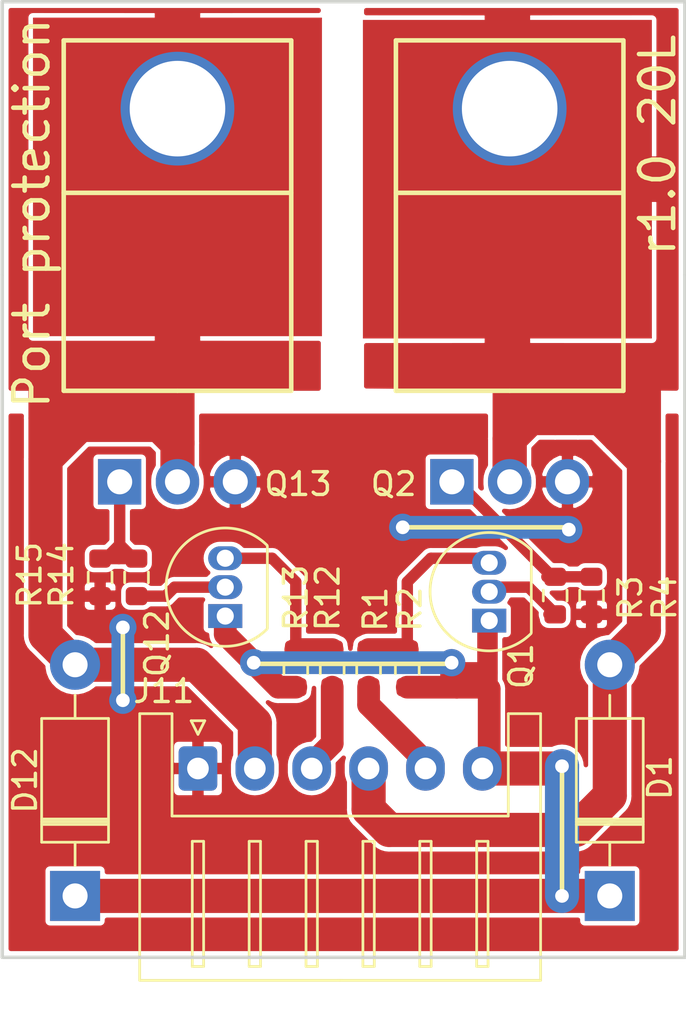
<source format=kicad_pcb>
(kicad_pcb (version 20171130) (host pcbnew "(5.1.8)-1")

  (general
    (thickness 1.6)
    (drawings 22)
    (tracks 107)
    (zones 0)
    (modules 15)
    (nets 13)
  )

  (page A4)
  (layers
    (0 F.Cu signal)
    (31 B.Cu signal hide)
    (32 B.Adhes user hide)
    (33 F.Adhes user hide)
    (34 B.Paste user hide)
    (35 F.Paste user hide)
    (36 B.SilkS user hide)
    (37 F.SilkS user hide)
    (38 B.Mask user hide)
    (39 F.Mask user hide)
    (40 Dwgs.User user hide)
    (41 Cmts.User user hide)
    (42 Eco1.User user hide)
    (43 Eco2.User user hide)
    (44 Edge.Cuts user)
    (45 Margin user hide)
    (46 B.CrtYd user hide)
    (47 F.CrtYd user hide)
    (48 B.Fab user hide)
    (49 F.Fab user)
  )

  (setup
    (last_trace_width 0.25)
    (user_trace_width 0.2)
    (user_trace_width 0.3)
    (user_trace_width 0.4)
    (user_trace_width 0.5)
    (user_trace_width 0.6)
    (user_trace_width 0.7)
    (user_trace_width 0.8)
    (user_trace_width 0.9)
    (user_trace_width 1)
    (user_trace_width 1.1)
    (user_trace_width 1.2)
    (user_trace_width 1.3)
    (user_trace_width 1.4)
    (user_trace_width 1.5)
    (user_trace_width 2)
    (user_trace_width 2.5)
    (user_trace_width 3)
    (trace_clearance 0.2)
    (zone_clearance 0.2)
    (zone_45_only no)
    (trace_min 0.2)
    (via_size 0.8)
    (via_drill 0.4)
    (via_min_size 0.4)
    (via_min_drill 0.3)
    (user_via 1.2 0.6)
    (uvia_size 0.3)
    (uvia_drill 0.1)
    (uvias_allowed no)
    (uvia_min_size 0.2)
    (uvia_min_drill 0.1)
    (edge_width 0.05)
    (segment_width 0.2)
    (pcb_text_width 0.3)
    (pcb_text_size 1.5 1.5)
    (mod_edge_width 0.12)
    (mod_text_size 1 1)
    (mod_text_width 0.15)
    (pad_size 1.524 1.524)
    (pad_drill 0.762)
    (pad_to_mask_clearance 0)
    (aux_axis_origin 0 0)
    (visible_elements 7FFFFFFF)
    (pcbplotparams
      (layerselection 0x00080_7ffffffe)
      (usegerberextensions false)
      (usegerberattributes false)
      (usegerberadvancedattributes false)
      (creategerberjobfile false)
      (excludeedgelayer true)
      (linewidth 0.100000)
      (plotframeref false)
      (viasonmask false)
      (mode 1)
      (useauxorigin true)
      (hpglpennumber 1)
      (hpglpenspeed 20)
      (hpglpendiameter 15.000000)
      (psnegative false)
      (psa4output false)
      (plotreference true)
      (plotvalue true)
      (plotinvisibletext false)
      (padsonsilk false)
      (subtractmaskfromsilk true)
      (outputformat 1)
      (mirror false)
      (drillshape 0)
      (scaleselection 1)
      (outputdirectory "C:/Users/bpss-/Desktop/新しいフォルダー/"))
  )

  (net 0 "")
  (net 1 +24V)
  (net 2 "Net-(Q12-Pad3)")
  (net 3 "Net-(Q12-Pad2)")
  (net 4 GND)
  (net 5 "Net-(Q13-Pad1)")
  (net 6 "Net-(Q1-Pad3)")
  (net 7 "Net-(Q1-Pad2)")
  (net 8 "Net-(Q2-Pad1)")
  (net 9 PLC_Y012)
  (net 10 Solenoid2)
  (net 11 PLC_Y006)
  (net 12 Solenoid1)

  (net_class Default "This is the default net class."
    (clearance 0.2)
    (trace_width 0.25)
    (via_dia 0.8)
    (via_drill 0.4)
    (uvia_dia 0.3)
    (uvia_drill 0.1)
    (add_net +24V)
    (add_net GND)
    (add_net "Net-(Q1-Pad2)")
    (add_net "Net-(Q1-Pad3)")
    (add_net "Net-(Q12-Pad2)")
    (add_net "Net-(Q12-Pad3)")
    (add_net "Net-(Q13-Pad1)")
    (add_net "Net-(Q2-Pad1)")
    (add_net PLC_Y006)
    (add_net PLC_Y012)
    (add_net Solenoid1)
    (add_net Solenoid2)
  )

  (module Connector_JST:JST_XH_S6B-XH-A_1x06_P2.50mm_Horizontal (layer F.Cu) (tedit 5C281475) (tstamp 5FE51C36)
    (at 93.6 99.7)
    (descr "JST XH series connector, S6B-XH-A (http://www.jst-mfg.com/product/pdf/eng/eXH.pdf), generated with kicad-footprint-generator")
    (tags "connector JST XH horizontal")
    (path /5FE4D6A7)
    (fp_text reference J11 (at -1.5 -3.4) (layer F.SilkS)
      (effects (font (size 1 1) (thickness 0.15)))
    )
    (fp_text value Conn_01x06 (at 6.25 10.4) (layer F.Fab)
      (effects (font (size 1 1) (thickness 0.15)))
    )
    (fp_line (start -2.95 -2.8) (end -2.95 9.7) (layer F.CrtYd) (width 0.05))
    (fp_line (start -2.95 9.7) (end 15.45 9.7) (layer F.CrtYd) (width 0.05))
    (fp_line (start 15.45 9.7) (end 15.45 -2.8) (layer F.CrtYd) (width 0.05))
    (fp_line (start 15.45 -2.8) (end -2.95 -2.8) (layer F.CrtYd) (width 0.05))
    (fp_line (start 6.25 9.31) (end -2.56 9.31) (layer F.SilkS) (width 0.12))
    (fp_line (start -2.56 9.31) (end -2.56 -2.41) (layer F.SilkS) (width 0.12))
    (fp_line (start -2.56 -2.41) (end -1.14 -2.41) (layer F.SilkS) (width 0.12))
    (fp_line (start -1.14 -2.41) (end -1.14 2.09) (layer F.SilkS) (width 0.12))
    (fp_line (start -1.14 2.09) (end 6.25 2.09) (layer F.SilkS) (width 0.12))
    (fp_line (start 6.25 9.31) (end 15.06 9.31) (layer F.SilkS) (width 0.12))
    (fp_line (start 15.06 9.31) (end 15.06 -2.41) (layer F.SilkS) (width 0.12))
    (fp_line (start 15.06 -2.41) (end 13.64 -2.41) (layer F.SilkS) (width 0.12))
    (fp_line (start 13.64 -2.41) (end 13.64 2.09) (layer F.SilkS) (width 0.12))
    (fp_line (start 13.64 2.09) (end 6.25 2.09) (layer F.SilkS) (width 0.12))
    (fp_line (start 6.25 9.2) (end -2.45 9.2) (layer F.Fab) (width 0.1))
    (fp_line (start -2.45 9.2) (end -2.45 -2.3) (layer F.Fab) (width 0.1))
    (fp_line (start -2.45 -2.3) (end -1.25 -2.3) (layer F.Fab) (width 0.1))
    (fp_line (start -1.25 -2.3) (end -1.25 2.2) (layer F.Fab) (width 0.1))
    (fp_line (start -1.25 2.2) (end 6.25 2.2) (layer F.Fab) (width 0.1))
    (fp_line (start 6.25 9.2) (end 14.95 9.2) (layer F.Fab) (width 0.1))
    (fp_line (start 14.95 9.2) (end 14.95 -2.3) (layer F.Fab) (width 0.1))
    (fp_line (start 14.95 -2.3) (end 13.75 -2.3) (layer F.Fab) (width 0.1))
    (fp_line (start 13.75 -2.3) (end 13.75 2.2) (layer F.Fab) (width 0.1))
    (fp_line (start 13.75 2.2) (end 6.25 2.2) (layer F.Fab) (width 0.1))
    (fp_line (start -0.25 3.2) (end -0.25 8.7) (layer F.SilkS) (width 0.12))
    (fp_line (start -0.25 8.7) (end 0.25 8.7) (layer F.SilkS) (width 0.12))
    (fp_line (start 0.25 8.7) (end 0.25 3.2) (layer F.SilkS) (width 0.12))
    (fp_line (start 0.25 3.2) (end -0.25 3.2) (layer F.SilkS) (width 0.12))
    (fp_line (start 2.25 3.2) (end 2.25 8.7) (layer F.SilkS) (width 0.12))
    (fp_line (start 2.25 8.7) (end 2.75 8.7) (layer F.SilkS) (width 0.12))
    (fp_line (start 2.75 8.7) (end 2.75 3.2) (layer F.SilkS) (width 0.12))
    (fp_line (start 2.75 3.2) (end 2.25 3.2) (layer F.SilkS) (width 0.12))
    (fp_line (start 4.75 3.2) (end 4.75 8.7) (layer F.SilkS) (width 0.12))
    (fp_line (start 4.75 8.7) (end 5.25 8.7) (layer F.SilkS) (width 0.12))
    (fp_line (start 5.25 8.7) (end 5.25 3.2) (layer F.SilkS) (width 0.12))
    (fp_line (start 5.25 3.2) (end 4.75 3.2) (layer F.SilkS) (width 0.12))
    (fp_line (start 7.25 3.2) (end 7.25 8.7) (layer F.SilkS) (width 0.12))
    (fp_line (start 7.25 8.7) (end 7.75 8.7) (layer F.SilkS) (width 0.12))
    (fp_line (start 7.75 8.7) (end 7.75 3.2) (layer F.SilkS) (width 0.12))
    (fp_line (start 7.75 3.2) (end 7.25 3.2) (layer F.SilkS) (width 0.12))
    (fp_line (start 9.75 3.2) (end 9.75 8.7) (layer F.SilkS) (width 0.12))
    (fp_line (start 9.75 8.7) (end 10.25 8.7) (layer F.SilkS) (width 0.12))
    (fp_line (start 10.25 8.7) (end 10.25 3.2) (layer F.SilkS) (width 0.12))
    (fp_line (start 10.25 3.2) (end 9.75 3.2) (layer F.SilkS) (width 0.12))
    (fp_line (start 12.25 3.2) (end 12.25 8.7) (layer F.SilkS) (width 0.12))
    (fp_line (start 12.25 8.7) (end 12.75 8.7) (layer F.SilkS) (width 0.12))
    (fp_line (start 12.75 8.7) (end 12.75 3.2) (layer F.SilkS) (width 0.12))
    (fp_line (start 12.75 3.2) (end 12.25 3.2) (layer F.SilkS) (width 0.12))
    (fp_line (start 0 -1.5) (end -0.3 -2.1) (layer F.SilkS) (width 0.12))
    (fp_line (start -0.3 -2.1) (end 0.3 -2.1) (layer F.SilkS) (width 0.12))
    (fp_line (start 0.3 -2.1) (end 0 -1.5) (layer F.SilkS) (width 0.12))
    (fp_line (start -0.625 2.2) (end 0 1.2) (layer F.Fab) (width 0.1))
    (fp_line (start 0 1.2) (end 0.625 2.2) (layer F.Fab) (width 0.1))
    (fp_text user %R (at 6.25 3.45) (layer F.Fab)
      (effects (font (size 1 1) (thickness 0.15)))
    )
    (pad 6 thru_hole oval (at 12.5 0) (size 1.7 1.95) (drill 0.95) (layers *.Cu *.Mask)
      (net 1 +24V))
    (pad 5 thru_hole oval (at 10 0) (size 1.7 1.95) (drill 0.95) (layers *.Cu *.Mask)
      (net 9 PLC_Y012))
    (pad 4 thru_hole oval (at 7.5 0) (size 1.7 1.95) (drill 0.95) (layers *.Cu *.Mask)
      (net 10 Solenoid2))
    (pad 3 thru_hole oval (at 5 0) (size 1.7 1.95) (drill 0.95) (layers *.Cu *.Mask)
      (net 11 PLC_Y006))
    (pad 2 thru_hole oval (at 2.5 0) (size 1.7 1.95) (drill 0.95) (layers *.Cu *.Mask)
      (net 12 Solenoid1))
    (pad 1 thru_hole roundrect (at 0 0) (size 1.7 1.95) (drill 0.95) (layers *.Cu *.Mask) (roundrect_rratio 0.1470588235294118)
      (net 4 GND))
    (model ${KISYS3DMOD}/Connector_JST.3dshapes/JST_XH_S6B-XH-A_1x06_P2.50mm_Horizontal.wrl
      (at (xyz 0 0 0))
      (scale (xyz 1 1 1))
      (rotate (xyz 0 0 0))
    )
  )

  (module CapSorting:IRLB8721PBF-2 (layer F.Cu) (tedit 5FE4B10C) (tstamp 5FE36762)
    (at 92.7 87.1)
    (path /5FE464D4)
    (fp_text reference Q13 (at 5.3 0.1) (layer F.SilkS)
      (effects (font (size 1 1) (thickness 0.15)))
    )
    (fp_text value IRLB8721PBF (at 0.175 -3.45) (layer F.Fab)
      (effects (font (size 1 1) (thickness 0.15)))
    )
    (fp_line (start 5 -12.7) (end -5 -12.7) (layer F.SilkS) (width 0.2))
    (fp_line (start 5 -4) (end 5 -19.4) (layer F.SilkS) (width 0.2))
    (fp_line (start -5 -4) (end -5 -19.4) (layer F.SilkS) (width 0.2))
    (fp_line (start 0 -4) (end 5 -4) (layer F.SilkS) (width 0.2))
    (fp_line (start 0 -4) (end -5 -4) (layer F.SilkS) (width 0.2))
    (fp_line (start 2.54 0) (end 2.54 -4) (layer Eco1.User) (width 0.12))
    (fp_line (start 0 0) (end 0 -4) (layer Eco1.User) (width 0.12))
    (fp_line (start -2.54 0) (end -2.54 -4) (layer Eco1.User) (width 0.12))
    (fp_line (start 5 -19.4) (end -5 -19.4) (layer F.SilkS) (width 0.2))
    (pad 2 thru_hole circle (at 0 -16.4) (size 5 5) (drill 4.2) (layers *.Cu *.Mask)
      (net 12 Solenoid1))
    (pad 1 thru_hole rect (at -2.54 0) (size 1.905 2) (drill 1.1) (layers *.Cu *.Mask)
      (net 5 "Net-(Q13-Pad1)"))
    (pad 3 thru_hole oval (at 2.54 0) (size 1.905 2) (drill 1.1) (layers *.Cu *.Mask)
      (net 4 GND))
    (pad 2 thru_hole oval (at 0 0) (size 1.905 2) (drill 1.1) (layers *.Cu *.Mask)
      (net 12 Solenoid1))
    (pad 2 smd rect (at 0 -13.4) (size 12.7 14) (layers F.Cu F.Paste F.Mask)
      (net 12 Solenoid1))
  )

  (module CapSorting:IRLB8721PBF-2 (layer F.Cu) (tedit 5FE4B0B1) (tstamp 5FE367AD)
    (at 107.3 87.1)
    (path /5FE44DFD)
    (fp_text reference Q2 (at -5.1 0.1) (layer F.SilkS)
      (effects (font (size 1 1) (thickness 0.15)))
    )
    (fp_text value IRLB8721PBF (at 0.425 -3.5) (layer F.Fab)
      (effects (font (size 1 1) (thickness 0.15)))
    )
    (fp_line (start 5 -12.7) (end -5 -12.7) (layer F.SilkS) (width 0.2))
    (fp_line (start 5 -4) (end 5 -19.4) (layer F.SilkS) (width 0.2))
    (fp_line (start -5 -4) (end -5 -19.4) (layer F.SilkS) (width 0.2))
    (fp_line (start 0 -4) (end 5 -4) (layer F.SilkS) (width 0.2))
    (fp_line (start 0 -4) (end -5 -4) (layer F.SilkS) (width 0.2))
    (fp_line (start 2.54 0) (end 2.54 -4) (layer Eco1.User) (width 0.12))
    (fp_line (start 0 0) (end 0 -4) (layer Eco1.User) (width 0.12))
    (fp_line (start -2.54 0) (end -2.54 -4) (layer Eco1.User) (width 0.12))
    (fp_line (start 5 -19.4) (end -5 -19.4) (layer F.SilkS) (width 0.2))
    (pad 2 thru_hole circle (at 0 -16.4) (size 5 5) (drill 4.2) (layers *.Cu *.Mask)
      (net 10 Solenoid2))
    (pad 1 thru_hole rect (at -2.54 0) (size 1.905 2) (drill 1.1) (layers *.Cu *.Mask)
      (net 8 "Net-(Q2-Pad1)"))
    (pad 3 thru_hole oval (at 2.54 0) (size 1.905 2) (drill 1.1) (layers *.Cu *.Mask)
      (net 4 GND))
    (pad 2 thru_hole oval (at 0 0) (size 1.905 2) (drill 1.1) (layers *.Cu *.Mask)
      (net 10 Solenoid2))
    (pad 2 smd rect (at -0.1 -13.3) (size 12.7 14) (layers F.Cu F.Paste F.Mask)
      (net 10 Solenoid2))
  )

  (module Resistor_SMD:R_0603_1608Metric (layer F.Cu) (tedit 5F68FEEE) (tstamp 5FF2BB73)
    (at 110.9 92.1 270)
    (descr "Resistor SMD 0603 (1608 Metric), square (rectangular) end terminal, IPC_7351 nominal, (Body size source: IPC-SM-782 page 72, https://www.pcb-3d.com/wordpress/wp-content/uploads/ipc-sm-782a_amendment_1_and_2.pdf), generated with kicad-footprint-generator")
    (tags resistor)
    (path /5FE44DEE)
    (attr smd)
    (fp_text reference R4 (at 0.1 -3.2 270) (layer F.SilkS)
      (effects (font (size 1 1) (thickness 0.15)))
    )
    (fp_text value 22k (at 0.025 -3.125 270) (layer F.Fab)
      (effects (font (size 1 1) (thickness 0.15)))
    )
    (fp_line (start -0.8 0.4125) (end -0.8 -0.4125) (layer F.Fab) (width 0.1))
    (fp_line (start -0.8 -0.4125) (end 0.8 -0.4125) (layer F.Fab) (width 0.1))
    (fp_line (start 0.8 -0.4125) (end 0.8 0.4125) (layer F.Fab) (width 0.1))
    (fp_line (start 0.8 0.4125) (end -0.8 0.4125) (layer F.Fab) (width 0.1))
    (fp_line (start -0.237258 -0.5225) (end 0.237258 -0.5225) (layer F.SilkS) (width 0.12))
    (fp_line (start -0.237258 0.5225) (end 0.237258 0.5225) (layer F.SilkS) (width 0.12))
    (fp_line (start -1.48 0.73) (end -1.48 -0.73) (layer F.CrtYd) (width 0.05))
    (fp_line (start -1.48 -0.73) (end 1.48 -0.73) (layer F.CrtYd) (width 0.05))
    (fp_line (start 1.48 -0.73) (end 1.48 0.73) (layer F.CrtYd) (width 0.05))
    (fp_line (start 1.48 0.73) (end -1.48 0.73) (layer F.CrtYd) (width 0.05))
    (fp_text user %R (at 0 0 270) (layer F.Fab)
      (effects (font (size 0.4 0.4) (thickness 0.06)))
    )
    (pad 1 smd roundrect (at -0.825 0 270) (size 0.8 0.95) (layers F.Cu F.Paste F.Mask) (roundrect_rratio 0.25)
      (net 8 "Net-(Q2-Pad1)"))
    (pad 2 smd roundrect (at 0.825 0 270) (size 0.8 0.95) (layers F.Cu F.Paste F.Mask) (roundrect_rratio 0.25)
      (net 4 GND))
    (model ${KISYS3DMOD}/Resistor_SMD.3dshapes/R_0603_1608Metric.wrl
      (at (xyz 0 0 0))
      (scale (xyz 1 1 1))
      (rotate (xyz 0 0 0))
    )
  )

  (module Resistor_SMD:R_0603_1608Metric (layer F.Cu) (tedit 5F68FEEE) (tstamp 5FF2BB31)
    (at 109.3 92.1 270)
    (descr "Resistor SMD 0603 (1608 Metric), square (rectangular) end terminal, IPC_7351 nominal, (Body size source: IPC-SM-782 page 72, https://www.pcb-3d.com/wordpress/wp-content/uploads/ipc-sm-782a_amendment_1_and_2.pdf), generated with kicad-footprint-generator")
    (tags resistor)
    (path /5FE44DE8)
    (attr smd)
    (fp_text reference R3 (at 0.1 -3.3 270) (layer F.SilkS)
      (effects (font (size 1 1) (thickness 0.15)))
    )
    (fp_text value 10k (at 0.025 -3.225 270) (layer F.Fab)
      (effects (font (size 1 1) (thickness 0.15)))
    )
    (fp_line (start 1.48 0.73) (end -1.48 0.73) (layer F.CrtYd) (width 0.05))
    (fp_line (start 1.48 -0.73) (end 1.48 0.73) (layer F.CrtYd) (width 0.05))
    (fp_line (start -1.48 -0.73) (end 1.48 -0.73) (layer F.CrtYd) (width 0.05))
    (fp_line (start -1.48 0.73) (end -1.48 -0.73) (layer F.CrtYd) (width 0.05))
    (fp_line (start -0.237258 0.5225) (end 0.237258 0.5225) (layer F.SilkS) (width 0.12))
    (fp_line (start -0.237258 -0.5225) (end 0.237258 -0.5225) (layer F.SilkS) (width 0.12))
    (fp_line (start 0.8 0.4125) (end -0.8 0.4125) (layer F.Fab) (width 0.1))
    (fp_line (start 0.8 -0.4125) (end 0.8 0.4125) (layer F.Fab) (width 0.1))
    (fp_line (start -0.8 -0.4125) (end 0.8 -0.4125) (layer F.Fab) (width 0.1))
    (fp_line (start -0.8 0.4125) (end -0.8 -0.4125) (layer F.Fab) (width 0.1))
    (fp_text user %R (at 0 0 270) (layer F.Fab)
      (effects (font (size 0.4 0.4) (thickness 0.06)))
    )
    (pad 2 smd roundrect (at 0.825 0 270) (size 0.8 0.95) (layers F.Cu F.Paste F.Mask) (roundrect_rratio 0.25)
      (net 7 "Net-(Q1-Pad2)"))
    (pad 1 smd roundrect (at -0.825 0 270) (size 0.8 0.95) (layers F.Cu F.Paste F.Mask) (roundrect_rratio 0.25)
      (net 8 "Net-(Q2-Pad1)"))
    (model ${KISYS3DMOD}/Resistor_SMD.3dshapes/R_0603_1608Metric.wrl
      (at (xyz 0 0 0))
      (scale (xyz 1 1 1))
      (rotate (xyz 0 0 0))
    )
  )

  (module Resistor_SMD:R_0603_1608Metric (layer F.Cu) (tedit 5F68FEEE) (tstamp 5FF2BAEF)
    (at 102.8 95.3 90)
    (descr "Resistor SMD 0603 (1608 Metric), square (rectangular) end terminal, IPC_7351 nominal, (Body size source: IPC-SM-782 page 72, https://www.pcb-3d.com/wordpress/wp-content/uploads/ipc-sm-782a_amendment_1_and_2.pdf), generated with kicad-footprint-generator")
    (tags resistor)
    (path /5FE44DD6)
    (attr smd)
    (fp_text reference R2 (at 2.6 0.1 90) (layer F.SilkS)
      (effects (font (size 1 1) (thickness 0.15)))
    )
    (fp_text value 47k (at 3.075 0.125 90) (layer F.Fab)
      (effects (font (size 1 1) (thickness 0.15)))
    )
    (fp_line (start 1.48 0.73) (end -1.48 0.73) (layer F.CrtYd) (width 0.05))
    (fp_line (start 1.48 -0.73) (end 1.48 0.73) (layer F.CrtYd) (width 0.05))
    (fp_line (start -1.48 -0.73) (end 1.48 -0.73) (layer F.CrtYd) (width 0.05))
    (fp_line (start -1.48 0.73) (end -1.48 -0.73) (layer F.CrtYd) (width 0.05))
    (fp_line (start -0.237258 0.5225) (end 0.237258 0.5225) (layer F.SilkS) (width 0.12))
    (fp_line (start -0.237258 -0.5225) (end 0.237258 -0.5225) (layer F.SilkS) (width 0.12))
    (fp_line (start 0.8 0.4125) (end -0.8 0.4125) (layer F.Fab) (width 0.1))
    (fp_line (start 0.8 -0.4125) (end 0.8 0.4125) (layer F.Fab) (width 0.1))
    (fp_line (start -0.8 -0.4125) (end 0.8 -0.4125) (layer F.Fab) (width 0.1))
    (fp_line (start -0.8 0.4125) (end -0.8 -0.4125) (layer F.Fab) (width 0.1))
    (fp_text user %R (at 0 0 90) (layer F.Fab)
      (effects (font (size 0.4 0.4) (thickness 0.06)))
    )
    (pad 2 smd roundrect (at 0.825 0 90) (size 0.8 0.95) (layers F.Cu F.Paste F.Mask) (roundrect_rratio 0.25)
      (net 6 "Net-(Q1-Pad3)"))
    (pad 1 smd roundrect (at -0.825 0 90) (size 0.8 0.95) (layers F.Cu F.Paste F.Mask) (roundrect_rratio 0.25)
      (net 1 +24V))
    (model ${KISYS3DMOD}/Resistor_SMD.3dshapes/R_0603_1608Metric.wrl
      (at (xyz 0 0 0))
      (scale (xyz 1 1 1))
      (rotate (xyz 0 0 0))
    )
  )

  (module Resistor_SMD:R_0603_1608Metric (layer F.Cu) (tedit 5F68FEEE) (tstamp 5FE36912)
    (at 101.1 95.3 270)
    (descr "Resistor SMD 0603 (1608 Metric), square (rectangular) end terminal, IPC_7351 nominal, (Body size source: IPC-SM-782 page 72, https://www.pcb-3d.com/wordpress/wp-content/uploads/ipc-sm-782a_amendment_1_and_2.pdf), generated with kicad-footprint-generator")
    (tags resistor)
    (path /5FE44DDC)
    (attr smd)
    (fp_text reference R1 (at -2.6 -0.3 90) (layer F.SilkS)
      (effects (font (size 1 1) (thickness 0.15)))
    )
    (fp_text value 10k (at -3.05 -0.125 90) (layer F.Fab)
      (effects (font (size 1 1) (thickness 0.15)))
    )
    (fp_line (start 1.48 0.73) (end -1.48 0.73) (layer F.CrtYd) (width 0.05))
    (fp_line (start 1.48 -0.73) (end 1.48 0.73) (layer F.CrtYd) (width 0.05))
    (fp_line (start -1.48 -0.73) (end 1.48 -0.73) (layer F.CrtYd) (width 0.05))
    (fp_line (start -1.48 0.73) (end -1.48 -0.73) (layer F.CrtYd) (width 0.05))
    (fp_line (start -0.237258 0.5225) (end 0.237258 0.5225) (layer F.SilkS) (width 0.12))
    (fp_line (start -0.237258 -0.5225) (end 0.237258 -0.5225) (layer F.SilkS) (width 0.12))
    (fp_line (start 0.8 0.4125) (end -0.8 0.4125) (layer F.Fab) (width 0.1))
    (fp_line (start 0.8 -0.4125) (end 0.8 0.4125) (layer F.Fab) (width 0.1))
    (fp_line (start -0.8 -0.4125) (end 0.8 -0.4125) (layer F.Fab) (width 0.1))
    (fp_line (start -0.8 0.4125) (end -0.8 -0.4125) (layer F.Fab) (width 0.1))
    (fp_text user %R (at 0 0 90) (layer F.Fab)
      (effects (font (size 0.4 0.4) (thickness 0.06)))
    )
    (pad 2 smd roundrect (at 0.825 0 270) (size 0.8 0.95) (layers F.Cu F.Paste F.Mask) (roundrect_rratio 0.25)
      (net 9 PLC_Y012))
    (pad 1 smd roundrect (at -0.825 0 270) (size 0.8 0.95) (layers F.Cu F.Paste F.Mask) (roundrect_rratio 0.25)
      (net 6 "Net-(Q1-Pad3)"))
    (model ${KISYS3DMOD}/Resistor_SMD.3dshapes/R_0603_1608Metric.wrl
      (at (xyz 0 0 0))
      (scale (xyz 1 1 1))
      (rotate (xyz 0 0 0))
    )
  )

  (module Package_TO_SOT_THT:TO-92_Inline (layer F.Cu) (tedit 5A1DD157) (tstamp 5FE589D8)
    (at 106.4 93.2 90)
    (descr "TO-92 leads in-line, narrow, oval pads, drill 0.75mm (see NXP sot054_po.pdf)")
    (tags "to-92 sc-43 sc-43a sot54 PA33 transistor")
    (path /5FE44DD0)
    (fp_text reference Q1 (at -2 1.4 90) (layer F.SilkS)
      (effects (font (size 1 1) (thickness 0.15)))
    )
    (fp_text value 2SA1015 (at -2.6 0.6 180) (layer F.Fab)
      (effects (font (size 1 1) (thickness 0.15)))
    )
    (fp_line (start 4 2.01) (end -1.46 2.01) (layer F.CrtYd) (width 0.05))
    (fp_line (start 4 2.01) (end 4 -2.73) (layer F.CrtYd) (width 0.05))
    (fp_line (start -1.46 -2.73) (end -1.46 2.01) (layer F.CrtYd) (width 0.05))
    (fp_line (start -1.46 -2.73) (end 4 -2.73) (layer F.CrtYd) (width 0.05))
    (fp_line (start -0.5 1.75) (end 3 1.75) (layer F.Fab) (width 0.1))
    (fp_line (start -0.53 1.85) (end 3.07 1.85) (layer F.SilkS) (width 0.12))
    (fp_arc (start 1.27 0) (end 1.27 -2.6) (angle 135) (layer F.SilkS) (width 0.12))
    (fp_arc (start 1.27 0) (end 1.27 -2.48) (angle -135) (layer F.Fab) (width 0.1))
    (fp_arc (start 1.27 0) (end 1.27 -2.6) (angle -135) (layer F.SilkS) (width 0.12))
    (fp_arc (start 1.27 0) (end 1.27 -2.48) (angle 135) (layer F.Fab) (width 0.1))
    (fp_text user %R (at 1.27 0 90) (layer F.Fab)
      (effects (font (size 1 1) (thickness 0.15)))
    )
    (pad 1 thru_hole rect (at 0 0 90) (size 1.05 1.5) (drill 0.75) (layers *.Cu *.Mask)
      (net 1 +24V))
    (pad 3 thru_hole oval (at 2.54 0 90) (size 1.05 1.5) (drill 0.75) (layers *.Cu *.Mask)
      (net 6 "Net-(Q1-Pad3)"))
    (pad 2 thru_hole oval (at 1.27 0 90) (size 1.05 1.5) (drill 0.75) (layers *.Cu *.Mask)
      (net 7 "Net-(Q1-Pad2)"))
    (model ${KISYS3DMOD}/Package_TO_SOT_THT.3dshapes/TO-92_Inline.wrl
      (at (xyz 0 0 0))
      (scale (xyz 1 1 1))
      (rotate (xyz 0 0 0))
    )
  )

  (module Diode_THT:D_DO-41_SOD81_P10.16mm_Horizontal (layer F.Cu) (tedit 5AE50CD5) (tstamp 5FE36BF4)
    (at 111.7 105.3 90)
    (descr "Diode, DO-41_SOD81 series, Axial, Horizontal, pin pitch=10.16mm, , length*diameter=5.2*2.7mm^2, , http://www.diodes.com/_files/packages/DO-41%20(Plastic).pdf")
    (tags "Diode DO-41_SOD81 series Axial Horizontal pin pitch 10.16mm  length 5.2mm diameter 2.7mm")
    (path /5FE44E1A)
    (fp_text reference D1 (at 5.2 2.2 90) (layer F.SilkS)
      (effects (font (size 1 1) (thickness 0.15)))
    )
    (fp_text value 1N4003 (at 5.08 2.47 90) (layer F.Fab)
      (effects (font (size 1 1) (thickness 0.15)))
    )
    (fp_line (start 11.51 -1.6) (end -1.35 -1.6) (layer F.CrtYd) (width 0.05))
    (fp_line (start 11.51 1.6) (end 11.51 -1.6) (layer F.CrtYd) (width 0.05))
    (fp_line (start -1.35 1.6) (end 11.51 1.6) (layer F.CrtYd) (width 0.05))
    (fp_line (start -1.35 -1.6) (end -1.35 1.6) (layer F.CrtYd) (width 0.05))
    (fp_line (start 3.14 -1.47) (end 3.14 1.47) (layer F.SilkS) (width 0.12))
    (fp_line (start 3.38 -1.47) (end 3.38 1.47) (layer F.SilkS) (width 0.12))
    (fp_line (start 3.26 -1.47) (end 3.26 1.47) (layer F.SilkS) (width 0.12))
    (fp_line (start 8.82 0) (end 7.8 0) (layer F.SilkS) (width 0.12))
    (fp_line (start 1.34 0) (end 2.36 0) (layer F.SilkS) (width 0.12))
    (fp_line (start 7.8 -1.47) (end 2.36 -1.47) (layer F.SilkS) (width 0.12))
    (fp_line (start 7.8 1.47) (end 7.8 -1.47) (layer F.SilkS) (width 0.12))
    (fp_line (start 2.36 1.47) (end 7.8 1.47) (layer F.SilkS) (width 0.12))
    (fp_line (start 2.36 -1.47) (end 2.36 1.47) (layer F.SilkS) (width 0.12))
    (fp_line (start 3.16 -1.35) (end 3.16 1.35) (layer F.Fab) (width 0.1))
    (fp_line (start 3.36 -1.35) (end 3.36 1.35) (layer F.Fab) (width 0.1))
    (fp_line (start 3.26 -1.35) (end 3.26 1.35) (layer F.Fab) (width 0.1))
    (fp_line (start 10.16 0) (end 7.68 0) (layer F.Fab) (width 0.1))
    (fp_line (start 0 0) (end 2.48 0) (layer F.Fab) (width 0.1))
    (fp_line (start 7.68 -1.35) (end 2.48 -1.35) (layer F.Fab) (width 0.1))
    (fp_line (start 7.68 1.35) (end 7.68 -1.35) (layer F.Fab) (width 0.1))
    (fp_line (start 2.48 1.35) (end 7.68 1.35) (layer F.Fab) (width 0.1))
    (fp_line (start 2.48 -1.35) (end 2.48 1.35) (layer F.Fab) (width 0.1))
    (fp_text user K (at 0 -2.1 90) (layer F.Fab)
      (effects (font (size 1 1) (thickness 0.15)))
    )
    (fp_text user %R (at 5.47 0 90) (layer F.Fab)
      (effects (font (size 1 1) (thickness 0.15)))
    )
    (pad 2 thru_hole oval (at 10.16 0 90) (size 2.2 2.2) (drill 1.1) (layers *.Cu *.Mask)
      (net 10 Solenoid2))
    (pad 1 thru_hole rect (at 0 0 90) (size 2.2 2.2) (drill 1.1) (layers *.Cu *.Mask)
      (net 1 +24V))
    (model ${KISYS3DMOD}/Diode_THT.3dshapes/D_DO-41_SOD81_P10.16mm_Horizontal.wrl
      (at (xyz 0 0 0))
      (scale (xyz 1 1 1))
      (rotate (xyz 0 0 0))
    )
  )

  (module Resistor_SMD:R_0603_1608Metric (layer F.Cu) (tedit 5F68FEEE) (tstamp 5FF2BBF6)
    (at 89.3 91.3 270)
    (descr "Resistor SMD 0603 (1608 Metric), square (rectangular) end terminal, IPC_7351 nominal, (Body size source: IPC-SM-782 page 72, https://www.pcb-3d.com/wordpress/wp-content/uploads/ipc-sm-782a_amendment_1_and_2.pdf), generated with kicad-footprint-generator")
    (tags resistor)
    (path /5FE464C5)
    (attr smd)
    (fp_text reference R15 (at -0.1 3.1 90) (layer F.SilkS)
      (effects (font (size 1 1) (thickness 0.15)))
    )
    (fp_text value 22k (at -0.025 3.125 90) (layer F.Fab)
      (effects (font (size 1 1) (thickness 0.15)))
    )
    (fp_line (start 1.48 0.73) (end -1.48 0.73) (layer F.CrtYd) (width 0.05))
    (fp_line (start 1.48 -0.73) (end 1.48 0.73) (layer F.CrtYd) (width 0.05))
    (fp_line (start -1.48 -0.73) (end 1.48 -0.73) (layer F.CrtYd) (width 0.05))
    (fp_line (start -1.48 0.73) (end -1.48 -0.73) (layer F.CrtYd) (width 0.05))
    (fp_line (start -0.237258 0.5225) (end 0.237258 0.5225) (layer F.SilkS) (width 0.12))
    (fp_line (start -0.237258 -0.5225) (end 0.237258 -0.5225) (layer F.SilkS) (width 0.12))
    (fp_line (start 0.8 0.4125) (end -0.8 0.4125) (layer F.Fab) (width 0.1))
    (fp_line (start 0.8 -0.4125) (end 0.8 0.4125) (layer F.Fab) (width 0.1))
    (fp_line (start -0.8 -0.4125) (end 0.8 -0.4125) (layer F.Fab) (width 0.1))
    (fp_line (start -0.8 0.4125) (end -0.8 -0.4125) (layer F.Fab) (width 0.1))
    (fp_text user %R (at 0 0 90) (layer F.Fab)
      (effects (font (size 0.4 0.4) (thickness 0.06)))
    )
    (pad 2 smd roundrect (at 0.825 0 270) (size 0.8 0.95) (layers F.Cu F.Paste F.Mask) (roundrect_rratio 0.25)
      (net 4 GND))
    (pad 1 smd roundrect (at -0.825 0 270) (size 0.8 0.95) (layers F.Cu F.Paste F.Mask) (roundrect_rratio 0.25)
      (net 5 "Net-(Q13-Pad1)"))
    (model ${KISYS3DMOD}/Resistor_SMD.3dshapes/R_0603_1608Metric.wrl
      (at (xyz 0 0 0))
      (scale (xyz 1 1 1))
      (rotate (xyz 0 0 0))
    )
  )

  (module Resistor_SMD:R_0603_1608Metric (layer F.Cu) (tedit 5F68FEEE) (tstamp 5FF2BBB4)
    (at 90.9 91.3 270)
    (descr "Resistor SMD 0603 (1608 Metric), square (rectangular) end terminal, IPC_7351 nominal, (Body size source: IPC-SM-782 page 72, https://www.pcb-3d.com/wordpress/wp-content/uploads/ipc-sm-782a_amendment_1_and_2.pdf), generated with kicad-footprint-generator")
    (tags resistor)
    (path /5FE464BF)
    (attr smd)
    (fp_text reference R14 (at -0.1 3.3 90) (layer F.SilkS)
      (effects (font (size 1 1) (thickness 0.15)))
    )
    (fp_text value 10k (at 0 3.175 90) (layer F.Fab)
      (effects (font (size 1 1) (thickness 0.15)))
    )
    (fp_line (start 1.48 0.73) (end -1.48 0.73) (layer F.CrtYd) (width 0.05))
    (fp_line (start 1.48 -0.73) (end 1.48 0.73) (layer F.CrtYd) (width 0.05))
    (fp_line (start -1.48 -0.73) (end 1.48 -0.73) (layer F.CrtYd) (width 0.05))
    (fp_line (start -1.48 0.73) (end -1.48 -0.73) (layer F.CrtYd) (width 0.05))
    (fp_line (start -0.237258 0.5225) (end 0.237258 0.5225) (layer F.SilkS) (width 0.12))
    (fp_line (start -0.237258 -0.5225) (end 0.237258 -0.5225) (layer F.SilkS) (width 0.12))
    (fp_line (start 0.8 0.4125) (end -0.8 0.4125) (layer F.Fab) (width 0.1))
    (fp_line (start 0.8 -0.4125) (end 0.8 0.4125) (layer F.Fab) (width 0.1))
    (fp_line (start -0.8 -0.4125) (end 0.8 -0.4125) (layer F.Fab) (width 0.1))
    (fp_line (start -0.8 0.4125) (end -0.8 -0.4125) (layer F.Fab) (width 0.1))
    (fp_text user %R (at 0 0 90) (layer F.Fab)
      (effects (font (size 0.4 0.4) (thickness 0.06)))
    )
    (pad 2 smd roundrect (at 0.825 0 270) (size 0.8 0.95) (layers F.Cu F.Paste F.Mask) (roundrect_rratio 0.25)
      (net 3 "Net-(Q12-Pad2)"))
    (pad 1 smd roundrect (at -0.825 0 270) (size 0.8 0.95) (layers F.Cu F.Paste F.Mask) (roundrect_rratio 0.25)
      (net 5 "Net-(Q13-Pad1)"))
    (model ${KISYS3DMOD}/Resistor_SMD.3dshapes/R_0603_1608Metric.wrl
      (at (xyz 0 0 0))
      (scale (xyz 1 1 1))
      (rotate (xyz 0 0 0))
    )
  )

  (module Resistor_SMD:R_0603_1608Metric (layer F.Cu) (tedit 5F68FEEE) (tstamp 5FE41648)
    (at 97.9 95.3 90)
    (descr "Resistor SMD 0603 (1608 Metric), square (rectangular) end terminal, IPC_7351 nominal, (Body size source: IPC-SM-782 page 72, https://www.pcb-3d.com/wordpress/wp-content/uploads/ipc-sm-782a_amendment_1_and_2.pdf), generated with kicad-footprint-generator")
    (tags resistor)
    (path /5FE464AD)
    (attr smd)
    (fp_text reference R13 (at 3.1 0 270) (layer F.SilkS)
      (effects (font (size 1 1) (thickness 0.15)))
    )
    (fp_text value 47k (at 3.025 0 270) (layer F.Fab)
      (effects (font (size 1 1) (thickness 0.15)))
    )
    (fp_line (start 1.48 0.73) (end -1.48 0.73) (layer F.CrtYd) (width 0.05))
    (fp_line (start 1.48 -0.73) (end 1.48 0.73) (layer F.CrtYd) (width 0.05))
    (fp_line (start -1.48 -0.73) (end 1.48 -0.73) (layer F.CrtYd) (width 0.05))
    (fp_line (start -1.48 0.73) (end -1.48 -0.73) (layer F.CrtYd) (width 0.05))
    (fp_line (start -0.237258 0.5225) (end 0.237258 0.5225) (layer F.SilkS) (width 0.12))
    (fp_line (start -0.237258 -0.5225) (end 0.237258 -0.5225) (layer F.SilkS) (width 0.12))
    (fp_line (start 0.8 0.4125) (end -0.8 0.4125) (layer F.Fab) (width 0.1))
    (fp_line (start 0.8 -0.4125) (end 0.8 0.4125) (layer F.Fab) (width 0.1))
    (fp_line (start -0.8 -0.4125) (end 0.8 -0.4125) (layer F.Fab) (width 0.1))
    (fp_line (start -0.8 0.4125) (end -0.8 -0.4125) (layer F.Fab) (width 0.1))
    (fp_text user %R (at 0 0 270) (layer F.Fab)
      (effects (font (size 0.4 0.4) (thickness 0.06)))
    )
    (pad 2 smd roundrect (at 0.825 0 90) (size 0.8 0.95) (layers F.Cu F.Paste F.Mask) (roundrect_rratio 0.25)
      (net 2 "Net-(Q12-Pad3)"))
    (pad 1 smd roundrect (at -0.825 0 90) (size 0.8 0.95) (layers F.Cu F.Paste F.Mask) (roundrect_rratio 0.25)
      (net 1 +24V))
    (model ${KISYS3DMOD}/Resistor_SMD.3dshapes/R_0603_1608Metric.wrl
      (at (xyz 0 0 0))
      (scale (xyz 1 1 1))
      (rotate (xyz 0 0 0))
    )
  )

  (module Resistor_SMD:R_0603_1608Metric (layer F.Cu) (tedit 5F68FEEE) (tstamp 5FE366F6)
    (at 99.5 95.3 270)
    (descr "Resistor SMD 0603 (1608 Metric), square (rectangular) end terminal, IPC_7351 nominal, (Body size source: IPC-SM-782 page 72, https://www.pcb-3d.com/wordpress/wp-content/uploads/ipc-sm-782a_amendment_1_and_2.pdf), generated with kicad-footprint-generator")
    (tags resistor)
    (path /5FE464B3)
    (attr smd)
    (fp_text reference R12 (at -3.1 0.2 270) (layer F.SilkS)
      (effects (font (size 1 1) (thickness 0.15)))
    )
    (fp_text value 10k (at -3.025 -0.025 270) (layer F.Fab)
      (effects (font (size 1 1) (thickness 0.15)))
    )
    (fp_line (start 1.48 0.73) (end -1.48 0.73) (layer F.CrtYd) (width 0.05))
    (fp_line (start 1.48 -0.73) (end 1.48 0.73) (layer F.CrtYd) (width 0.05))
    (fp_line (start -1.48 -0.73) (end 1.48 -0.73) (layer F.CrtYd) (width 0.05))
    (fp_line (start -1.48 0.73) (end -1.48 -0.73) (layer F.CrtYd) (width 0.05))
    (fp_line (start -0.237258 0.5225) (end 0.237258 0.5225) (layer F.SilkS) (width 0.12))
    (fp_line (start -0.237258 -0.5225) (end 0.237258 -0.5225) (layer F.SilkS) (width 0.12))
    (fp_line (start 0.8 0.4125) (end -0.8 0.4125) (layer F.Fab) (width 0.1))
    (fp_line (start 0.8 -0.4125) (end 0.8 0.4125) (layer F.Fab) (width 0.1))
    (fp_line (start -0.8 -0.4125) (end 0.8 -0.4125) (layer F.Fab) (width 0.1))
    (fp_line (start -0.8 0.4125) (end -0.8 -0.4125) (layer F.Fab) (width 0.1))
    (fp_text user %R (at 0 3.184999 270) (layer F.Fab)
      (effects (font (size 0.4 0.4) (thickness 0.06)))
    )
    (pad 2 smd roundrect (at 0.825 0 270) (size 0.8 0.95) (layers F.Cu F.Paste F.Mask) (roundrect_rratio 0.25)
      (net 11 PLC_Y006))
    (pad 1 smd roundrect (at -0.825 0 270) (size 0.8 0.95) (layers F.Cu F.Paste F.Mask) (roundrect_rratio 0.25)
      (net 2 "Net-(Q12-Pad3)"))
    (model ${KISYS3DMOD}/Resistor_SMD.3dshapes/R_0603_1608Metric.wrl
      (at (xyz 0 0 0))
      (scale (xyz 1 1 1))
      (rotate (xyz 0 0 0))
    )
  )

  (module Package_TO_SOT_THT:TO-92_Inline (layer F.Cu) (tedit 5A1DD157) (tstamp 5FE58770)
    (at 94.8 93 90)
    (descr "TO-92 leads in-line, narrow, oval pads, drill 0.75mm (see NXP sot054_po.pdf)")
    (tags "to-92 sc-43 sc-43a sot54 PA33 transistor")
    (path /5FE464A7)
    (fp_text reference Q12 (at -1.2 -3 90) (layer F.SilkS)
      (effects (font (size 1 1) (thickness 0.15)))
    )
    (fp_text value 2SA1015 (at -2.5 -0.95) (layer F.Fab)
      (effects (font (size 1 1) (thickness 0.15)))
    )
    (fp_line (start 4 2.01) (end -1.46 2.01) (layer F.CrtYd) (width 0.05))
    (fp_line (start 4 2.01) (end 4 -2.73) (layer F.CrtYd) (width 0.05))
    (fp_line (start -1.46 -2.73) (end -1.46 2.01) (layer F.CrtYd) (width 0.05))
    (fp_line (start -1.46 -2.73) (end 4 -2.73) (layer F.CrtYd) (width 0.05))
    (fp_line (start -0.5 1.75) (end 3 1.75) (layer F.Fab) (width 0.1))
    (fp_line (start -0.53 1.85) (end 3.07 1.85) (layer F.SilkS) (width 0.12))
    (fp_arc (start 1.27 0) (end 1.27 -2.6) (angle 135) (layer F.SilkS) (width 0.12))
    (fp_arc (start 1.27 0) (end 1.27 -2.48) (angle -135) (layer F.Fab) (width 0.1))
    (fp_arc (start 1.27 0) (end 1.27 -2.6) (angle -135) (layer F.SilkS) (width 0.12))
    (fp_arc (start 1.27 0) (end 1.27 -2.48) (angle 135) (layer F.Fab) (width 0.1))
    (fp_text user %R (at 1.27 0 90) (layer F.Fab)
      (effects (font (size 1 1) (thickness 0.15)))
    )
    (pad 1 thru_hole rect (at 0 0 90) (size 1.05 1.5) (drill 0.75) (layers *.Cu *.Mask)
      (net 1 +24V))
    (pad 3 thru_hole oval (at 2.54 0 90) (size 1.05 1.5) (drill 0.75) (layers *.Cu *.Mask)
      (net 2 "Net-(Q12-Pad3)"))
    (pad 2 thru_hole oval (at 1.27 0 90) (size 1.05 1.5) (drill 0.75) (layers *.Cu *.Mask)
      (net 3 "Net-(Q12-Pad2)"))
    (model ${KISYS3DMOD}/Package_TO_SOT_THT.3dshapes/TO-92_Inline.wrl
      (at (xyz 0 0 0))
      (scale (xyz 1 1 1))
      (rotate (xyz 0 0 0))
    )
  )

  (module Diode_THT:D_DO-41_SOD81_P10.16mm_Horizontal (layer F.Cu) (tedit 5AE50CD5) (tstamp 5FE36B9A)
    (at 88.2 105.3 90)
    (descr "Diode, DO-41_SOD81 series, Axial, Horizontal, pin pitch=10.16mm, , length*diameter=5.2*2.7mm^2, , http://www.diodes.com/_files/packages/DO-41%20(Plastic).pdf")
    (tags "Diode DO-41_SOD81 series Axial Horizontal pin pitch 10.16mm  length 5.2mm diameter 2.7mm")
    (path /5FE464F1)
    (fp_text reference D12 (at 5.08 -2.2 90) (layer F.SilkS)
      (effects (font (size 1 1) (thickness 0.15)))
    )
    (fp_text value 1N4003 (at 5.075 -2.3 90) (layer F.Fab)
      (effects (font (size 1 1) (thickness 0.15)))
    )
    (fp_line (start 11.51 -1.6) (end -1.35 -1.6) (layer F.CrtYd) (width 0.05))
    (fp_line (start 11.51 1.6) (end 11.51 -1.6) (layer F.CrtYd) (width 0.05))
    (fp_line (start -1.35 1.6) (end 11.51 1.6) (layer F.CrtYd) (width 0.05))
    (fp_line (start -1.35 -1.6) (end -1.35 1.6) (layer F.CrtYd) (width 0.05))
    (fp_line (start 3.14 -1.47) (end 3.14 1.47) (layer F.SilkS) (width 0.12))
    (fp_line (start 3.38 -1.47) (end 3.38 1.47) (layer F.SilkS) (width 0.12))
    (fp_line (start 3.26 -1.47) (end 3.26 1.47) (layer F.SilkS) (width 0.12))
    (fp_line (start 8.82 0) (end 7.8 0) (layer F.SilkS) (width 0.12))
    (fp_line (start 1.34 0) (end 2.36 0) (layer F.SilkS) (width 0.12))
    (fp_line (start 7.8 -1.47) (end 2.36 -1.47) (layer F.SilkS) (width 0.12))
    (fp_line (start 7.8 1.47) (end 7.8 -1.47) (layer F.SilkS) (width 0.12))
    (fp_line (start 2.36 1.47) (end 7.8 1.47) (layer F.SilkS) (width 0.12))
    (fp_line (start 2.36 -1.47) (end 2.36 1.47) (layer F.SilkS) (width 0.12))
    (fp_line (start 3.16 -1.35) (end 3.16 1.35) (layer F.Fab) (width 0.1))
    (fp_line (start 3.36 -1.35) (end 3.36 1.35) (layer F.Fab) (width 0.1))
    (fp_line (start 3.26 -1.35) (end 3.26 1.35) (layer F.Fab) (width 0.1))
    (fp_line (start 10.16 0) (end 7.68 0) (layer F.Fab) (width 0.1))
    (fp_line (start 0 0) (end 2.48 0) (layer F.Fab) (width 0.1))
    (fp_line (start 7.68 -1.35) (end 2.48 -1.35) (layer F.Fab) (width 0.1))
    (fp_line (start 7.68 1.35) (end 7.68 -1.35) (layer F.Fab) (width 0.1))
    (fp_line (start 2.48 1.35) (end 7.68 1.35) (layer F.Fab) (width 0.1))
    (fp_line (start 2.48 -1.35) (end 2.48 1.35) (layer F.Fab) (width 0.1))
    (fp_text user K (at 0 -2.1 90) (layer F.Fab)
      (effects (font (size 1 1) (thickness 0.15)))
    )
    (fp_text user %R (at 5.47 0 180) (layer F.Fab)
      (effects (font (size 1 1) (thickness 0.15)))
    )
    (pad 2 thru_hole oval (at 10.16 0 90) (size 2.2 2.2) (drill 1.1) (layers *.Cu *.Mask)
      (net 12 Solenoid1))
    (pad 1 thru_hole rect (at 0 0 90) (size 2.2 2.2) (drill 1.1) (layers *.Cu *.Mask)
      (net 1 +24V))
    (model ${KISYS3DMOD}/Diode_THT.3dshapes/D_DO-41_SOD81_P10.16mm_Horizontal.wrl
      (at (xyz 0 0 0))
      (scale (xyz 1 1 1))
      (rotate (xyz 0 0 0))
    )
  )

  (gr_circle (center 109.6 105.3) (end 109.6 105.3) (layer F.Mask) (width 1.2) (tstamp 5FE575CC))
  (gr_circle (center 102.6 89.1) (end 102.6 89.1) (layer F.Mask) (width 1.2) (tstamp 5FE575CC))
  (gr_circle (center 90.3 93.5) (end 90.3 93.5) (layer F.Mask) (width 1.2) (tstamp 5FE575CC))
  (gr_circle (center 90.3 96.7) (end 90.3 96.7) (layer F.Mask) (width 1.2) (tstamp 5FE575CC))
  (gr_circle (center 96.05 95.05) (end 96.05 95.05) (layer F.Mask) (width 1.2) (tstamp 5FE575CC))
  (gr_circle (center 104.75 95.05) (end 104.75 95.05) (layer F.Mask) (width 1.2) (tstamp 5FE575CC))
  (gr_circle (center 109.6 99.6) (end 109.6 99.6) (layer F.Mask) (width 1.2) (tstamp 5FE575CC))
  (gr_circle (center 109.9 89.2) (end 109.9 89.2) (layer F.Mask) (width 1.2))
  (gr_text "r1.0 20L" (at 113.8 72.3 90) (layer F.SilkS) (tstamp 5FE5FE18)
    (effects (font (size 1.5 1.5) (thickness 0.2)))
  )
  (gr_text "Port protection" (at 86.3 75.3 90) (layer F.SilkS) (tstamp 5FE5FE22)
    (effects (font (size 1.5 1.5) (thickness 0.2)))
  )
  (dimension 42 (width 0.15) (layer Dwgs.User)
    (gr_text "42.000 mm" (at 117.9 87 90) (layer Dwgs.User)
      (effects (font (size 1 1) (thickness 0.15)))
    )
    (feature1 (pts (xy 115 66) (xy 117.186421 66)))
    (feature2 (pts (xy 115 108) (xy 117.186421 108)))
    (crossbar (pts (xy 116.6 108) (xy 116.6 66)))
    (arrow1a (pts (xy 116.6 66) (xy 117.186421 67.126504)))
    (arrow1b (pts (xy 116.6 66) (xy 116.013579 67.126504)))
    (arrow2a (pts (xy 116.6 108) (xy 117.186421 106.873496)))
    (arrow2b (pts (xy 116.6 108) (xy 116.013579 106.873496)))
  )
  (gr_line (start 102.6 89.1) (end 109.9 89.1) (layer F.SilkS) (width 0.2))
  (gr_line (start 90.3 96.7) (end 90.3 93.5) (layer F.SilkS) (width 0.2))
  (gr_line (start 104.7 95.1) (end 96.1 95.1) (layer F.SilkS) (width 0.2))
  (gr_line (start 109.6 99.6) (end 109.6 105.3) (layer F.SilkS) (width 0.2))
  (gr_line (start 115 78) (end 115 66) (layer Edge.Cuts) (width 0.15))
  (gr_line (start 85 66) (end 115 66) (layer Edge.Cuts) (width 0.15))
  (gr_line (start 85 78) (end 85 66) (layer Edge.Cuts) (width 0.15))
  (dimension 30 (width 0.15) (layer Dwgs.User)
    (gr_text "30.000 mm" (at 100 113) (layer Dwgs.User)
      (effects (font (size 1 1) (thickness 0.15)))
    )
    (feature1 (pts (xy 115 108) (xy 115 112.286421)))
    (feature2 (pts (xy 85 108) (xy 85 112.286421)))
    (crossbar (pts (xy 85 111.7) (xy 115 111.7)))
    (arrow1a (pts (xy 115 111.7) (xy 113.873496 112.286421)))
    (arrow1b (pts (xy 115 111.7) (xy 113.873496 111.113579)))
    (arrow2a (pts (xy 85 111.7) (xy 86.126504 112.286421)))
    (arrow2b (pts (xy 85 111.7) (xy 86.126504 111.113579)))
  )
  (gr_line (start 85 78) (end 85 108) (layer Edge.Cuts) (width 0.15) (tstamp 5FE36B38))
  (gr_line (start 115 108) (end 115 78) (layer Edge.Cuts) (width 0.15) (tstamp 5FE36B30))
  (gr_line (start 85 108) (end 115 108) (layer Edge.Cuts) (width 0.15) (tstamp 5FE369C3))

  (segment (start 111.7 105.3) (end 109.6 105.3) (width 1.5) (layer F.Cu) (net 1))
  (segment (start 109.6 105.3) (end 88.2 105.3) (width 1.5) (layer F.Cu) (net 1) (tstamp 5FE537D2))
  (via (at 109.6 105.3) (size 1.2) (drill 0.6) (layers F.Cu B.Cu) (net 1))
  (segment (start 109.6 105.3) (end 109.6 99.6) (width 1.5) (layer B.Cu) (net 1))
  (segment (start 109.6 99.6) (end 109.6 99.6) (width 1.5) (layer B.Cu) (net 1) (tstamp 5FE537E5))
  (via (at 109.6 99.6) (size 1.2) (drill 0.6) (layers F.Cu B.Cu) (net 1))
  (segment (start 109.5 99.7) (end 109.6 99.6) (width 1.5) (layer F.Cu) (net 1))
  (segment (start 106.1 99.7) (end 109.5 99.7) (width 1.5) (layer F.Cu) (net 1))
  (segment (start 106.4 99.4) (end 106.1 99.7) (width 1) (layer F.Cu) (net 1))
  (segment (start 106.4 96.2) (end 106.4 99.4) (width 1) (layer F.Cu) (net 1))
  (segment (start 106.325 96.125) (end 106.4 96.2) (width 1) (layer F.Cu) (net 1))
  (segment (start 97.125 96.125) (end 97.9 96.125) (width 1) (layer F.Cu) (net 1))
  (segment (start 96.05 95.05) (end 97.125 96.125) (width 1) (layer F.Cu) (net 1) (tstamp 5FE54176))
  (via (at 96.05 95.05) (size 1.2) (drill 0.6) (layers F.Cu B.Cu) (net 1))
  (segment (start 96.05 95.05) (end 104.75 95.05) (width 1) (layer B.Cu) (net 1))
  (segment (start 104.75 95.05) (end 104.75 95.05) (width 1) (layer B.Cu) (net 1) (tstamp 5FE54189))
  (via (at 104.75 95.05) (size 1.2) (drill 0.6) (layers F.Cu B.Cu) (net 1))
  (segment (start 104.75 95.9) (end 104.975 96.125) (width 1) (layer F.Cu) (net 1))
  (segment (start 104.975 96.125) (end 106.325 96.125) (width 1) (layer F.Cu) (net 1))
  (segment (start 104.75 95.05) (end 104.75 95.9) (width 1) (layer F.Cu) (net 1))
  (segment (start 102.8 96.125) (end 104.975 96.125) (width 1) (layer F.Cu) (net 1))
  (segment (start 106.325 93.275) (end 106.4 93.2) (width 0.9) (layer F.Cu) (net 1))
  (segment (start 105.175 95.475) (end 104.75 95.05) (width 0.9) (layer F.Cu) (net 1))
  (segment (start 106.325 95.475) (end 105.175 95.475) (width 0.9) (layer F.Cu) (net 1))
  (segment (start 106.325 96.125) (end 106.325 95.475) (width 0.9) (layer F.Cu) (net 1))
  (segment (start 106.325 95.475) (end 106.325 93.275) (width 0.9) (layer F.Cu) (net 1))
  (segment (start 94.8 93.8) (end 94.8 93) (width 1) (layer F.Cu) (net 1))
  (segment (start 96.05 95.05) (end 94.8 93.8) (width 1) (layer F.Cu) (net 1))
  (segment (start 99.5 94.475) (end 97.9 94.475) (width 1) (layer F.Cu) (net 2))
  (segment (start 94.8 90.46) (end 96.86 90.46) (width 0.5) (layer F.Cu) (net 2))
  (segment (start 97.9 91.5) (end 97.9 94.475) (width 0.5) (layer F.Cu) (net 2))
  (segment (start 96.86 90.46) (end 97.9 91.5) (width 0.5) (layer F.Cu) (net 2))
  (segment (start 90.9 92.125) (end 92.175 92.125) (width 0.5) (layer F.Cu) (net 3))
  (segment (start 92.57 91.73) (end 94.8 91.73) (width 0.5) (layer F.Cu) (net 3))
  (segment (start 92.175 92.125) (end 92.57 91.73) (width 0.5) (layer F.Cu) (net 3))
  (via (at 90.3 96.7) (size 1.2) (drill 0.6) (layers F.Cu B.Cu) (net 4))
  (via (at 90.3 93.5) (size 1.2) (drill 0.6) (layers F.Cu B.Cu) (net 4))
  (segment (start 90.3 93.5) (end 90.3 96.7) (width 1) (layer B.Cu) (net 4))
  (via (at 109.9 89.2) (size 1.2) (drill 0.6) (layers F.Cu B.Cu) (net 4))
  (via (at 102.6 89.1) (size 1.2) (drill 0.6) (layers F.Cu B.Cu) (net 4))
  (segment (start 109.8 89.1) (end 109.9 89.2) (width 1) (layer B.Cu) (net 4))
  (segment (start 102.6 89.1) (end 109.8 89.1) (width 1) (layer B.Cu) (net 4))
  (segment (start 90.16 90.44) (end 90.125 90.475) (width 0.5) (layer F.Cu) (net 5))
  (segment (start 90.125 90.475) (end 90.9 90.475) (width 0.5) (layer F.Cu) (net 5))
  (segment (start 89.3 90.475) (end 90.125 90.475) (width 0.5) (layer F.Cu) (net 5))
  (segment (start 90.775 90.475) (end 90.16 89.86) (width 0.5) (layer F.Cu) (net 5))
  (segment (start 90.9 90.475) (end 90.775 90.475) (width 0.5) (layer F.Cu) (net 5))
  (segment (start 90.16 89.86) (end 90.16 90.44) (width 0.5) (layer F.Cu) (net 5))
  (segment (start 90.16 87.1) (end 90.16 89.86) (width 0.5) (layer F.Cu) (net 5))
  (segment (start 89.545 90.475) (end 90.16 89.86) (width 0.5) (layer F.Cu) (net 5))
  (segment (start 89.3 90.475) (end 89.545 90.475) (width 0.5) (layer F.Cu) (net 5))
  (segment (start 102.8 94.475) (end 101.1 94.475) (width 1) (layer F.Cu) (net 6))
  (segment (start 102.8 94.475) (end 102.8 91.5) (width 0.5) (layer F.Cu) (net 6))
  (segment (start 103.84 90.46) (end 106.4 90.46) (width 0.5) (layer F.Cu) (net 6))
  (segment (start 102.8 91.5) (end 103.84 90.46) (width 0.5) (layer F.Cu) (net 6))
  (segment (start 109.3 92.925) (end 109.025 92.925) (width 0.5) (layer F.Cu) (net 7))
  (segment (start 109.3 92.925) (end 109.3 92.9) (width 0.5) (layer F.Cu) (net 7))
  (segment (start 108.13 91.73) (end 106.4 91.73) (width 0.5) (layer F.Cu) (net 7))
  (segment (start 109.3 92.9) (end 108.13 91.73) (width 0.5) (layer F.Cu) (net 7))
  (segment (start 110.9 91.275) (end 109.3 91.275) (width 0.5) (layer F.Cu) (net 8))
  (segment (start 109.3 91.275) (end 108.935 91.275) (width 0.5) (layer F.Cu) (net 8))
  (segment (start 109.3 91.275) (end 109.175 91.275) (width 0.5) (layer F.Cu) (net 8))
  (segment (start 105 87.1) (end 104.76 87.1) (width 0.5) (layer F.Cu) (net 8))
  (segment (start 109.175 91.275) (end 105 87.1) (width 0.5) (layer F.Cu) (net 8))
  (segment (start 103.6 99.7) (end 103.6 99.4) (width 1) (layer F.Cu) (net 9))
  (segment (start 101.1 96.9) (end 101.1 96.125) (width 1) (layer F.Cu) (net 9))
  (segment (start 103.6 99.4) (end 101.1 96.9) (width 1) (layer F.Cu) (net 9))
  (segment (start 111.7 95.14) (end 113.2 93.64) (width 1.5) (layer F.Cu) (net 10))
  (segment (start 113.2 93.64) (end 113.2 86.2) (width 1.5) (layer F.Cu) (net 10))
  (segment (start 107.3 85.2) (end 107.3 87.1) (width 1.5) (layer F.Cu) (net 10))
  (segment (start 108.2 84.3) (end 107.3 85.2) (width 1.5) (layer F.Cu) (net 10))
  (segment (start 107.3 87.1) (end 107.3 81.9) (width 1.5) (layer F.Cu) (net 10))
  (segment (start 108.2 84.3) (end 108.2 82.2) (width 1.5) (layer F.Cu) (net 10))
  (segment (start 109.3 84.3) (end 109.3 82.7) (width 1.5) (layer F.Cu) (net 10))
  (segment (start 109.3 84.3) (end 108.2 84.3) (width 1.5) (layer F.Cu) (net 10))
  (segment (start 111.3 84.3) (end 110.3 84.3) (width 1.5) (layer F.Cu) (net 10))
  (segment (start 110.3 84.3) (end 110.3 82.5) (width 1.5) (layer F.Cu) (net 10))
  (segment (start 110.3 84.3) (end 109.3 84.3) (width 1.5) (layer F.Cu) (net 10))
  (segment (start 111.3 84.3) (end 111.3 82.6) (width 1.5) (layer F.Cu) (net 10))
  (segment (start 113.2 86.2) (end 113.2 82.4) (width 1.5) (layer F.Cu) (net 10))
  (segment (start 112.1 85.1) (end 112.1 82.3) (width 1.5) (layer F.Cu) (net 10))
  (segment (start 113.2 86.2) (end 112.1 85.1) (width 1.5) (layer F.Cu) (net 10))
  (segment (start 112.1 85.1) (end 111.3 84.3) (width 1.5) (layer F.Cu) (net 10))
  (segment (start 101.1 99.7) (end 101.1 101.5) (width 1.5) (layer F.Cu) (net 10))
  (segment (start 101.1 101.5) (end 102 102.4) (width 1.5) (layer F.Cu) (net 10))
  (segment (start 102 102.4) (end 110.2 102.4) (width 1.5) (layer F.Cu) (net 10))
  (segment (start 111.7 100.9) (end 111.7 95.14) (width 1.5) (layer F.Cu) (net 10))
  (segment (start 110.2 102.4) (end 111.7 100.9) (width 1.5) (layer F.Cu) (net 10))
  (segment (start 111.7 95.14) (end 111.7 95.07499) (width 1.5) (layer F.Cu) (net 10))
  (segment (start 98.6 99.7) (end 98.6 99.5) (width 1) (layer F.Cu) (net 11))
  (segment (start 99.5 98.6) (end 99.5 96.125) (width 1) (layer F.Cu) (net 11))
  (segment (start 98.6 99.5) (end 99.5 98.6) (width 1) (layer F.Cu) (net 11))
  (segment (start 96.1 99.7) (end 96.1 97.7) (width 1.5) (layer F.Cu) (net 12))
  (segment (start 93.54 95.14) (end 88.2 95.14) (width 1.5) (layer F.Cu) (net 12))
  (segment (start 96.1 97.7) (end 93.54 95.14) (width 1.5) (layer F.Cu) (net 12))
  (segment (start 88.2 95.14) (end 86.9 93.84) (width 1.5) (layer F.Cu) (net 12))
  (segment (start 86.9 93.84) (end 86.9 86.1) (width 1.5) (layer F.Cu) (net 12))
  (segment (start 86.9 86.1) (end 88.4 84.6) (width 1.5) (layer F.Cu) (net 12))
  (segment (start 88.4 84.6) (end 91.9 84.6) (width 1.5) (layer F.Cu) (net 12))
  (segment (start 92.7 85.4) (end 92.7 87.1) (width 1.5) (layer F.Cu) (net 12))
  (segment (start 91.9 84.6) (end 92.7 85.4) (width 1.5) (layer F.Cu) (net 12))
  (segment (start 92.7 85.4) (end 92.7 82.1) (width 1.5) (layer F.Cu) (net 12))
  (segment (start 92.7 82.1) (end 91.3 83.5) (width 1.5) (layer F.Cu) (net 12))
  (segment (start 91.3 83.5) (end 87.7 83.5) (width 1.5) (layer F.Cu) (net 12))
  (segment (start 86.9 84.3) (end 86.9 86.1) (width 1.5) (layer F.Cu) (net 12))
  (segment (start 87.7 83.5) (end 86.9 84.3) (width 1.5) (layer F.Cu) (net 12))
  (segment (start 86.9 84.3) (end 86.9 81.9) (width 1.5) (layer F.Cu) (net 12))

  (zone (net 12) (net_name Solenoid1) (layer F.Cu) (tstamp 5FE57822) (hatch edge 0.508)
    (priority 1)
    (connect_pads (clearance 0.2))
    (min_thickness 0.2)
    (fill yes (arc_segments 32) (thermal_gap 0.2) (thermal_bridge_width 2))
    (polygon
      (pts
        (xy 99 83.1) (xy 85 83.1) (xy 85 66) (xy 99 66)
      )
    )
    (filled_polygon
      (pts
        (xy 98.9 66.398589) (xy 93.675 66.4) (xy 93.6 66.475) (xy 93.6 68.052531) (xy 93.538755 68.014382)
        (xy 92.9987 67.902352) (xy 92.447167 67.897835) (xy 91.90535 68.001002) (xy 91.861245 68.014382) (xy 91.8 68.052531)
        (xy 91.8 66.475) (xy 91.725 66.4) (xy 86.35 66.398548) (xy 86.29119 66.40434) (xy 86.234639 66.421495)
        (xy 86.182522 66.449352) (xy 86.136841 66.486841) (xy 86.099352 66.532522) (xy 86.071495 66.584639) (xy 86.05434 66.64119)
        (xy 86.048548 66.7) (xy 86.05 72.725) (xy 86.125 72.8) (xy 90.821727 72.8) (xy 91.347261 73.325534)
        (xy 91.507512 73.165283) (xy 91.861245 73.385618) (xy 92.4013 73.497648) (xy 92.952833 73.502165) (xy 93.49465 73.398998)
        (xy 93.538755 73.385618) (xy 93.62 73.335012) (xy 93.62 74.6) (xy 93.6 74.6) (xy 93.6 80.925)
        (xy 93.675 81) (xy 98.9 81.001411) (xy 98.9 83) (xy 85.375 83) (xy 85.375 80.7)
        (xy 86.048548 80.7) (xy 86.05434 80.75881) (xy 86.071495 80.815361) (xy 86.099352 80.867478) (xy 86.136841 80.913159)
        (xy 86.182522 80.950648) (xy 86.234639 80.978505) (xy 86.29119 80.99566) (xy 86.35 81.001452) (xy 91.725 81)
        (xy 91.8 80.925) (xy 91.8 74.6) (xy 86.125 74.6) (xy 86.05 74.675) (xy 86.048548 80.7)
        (xy 85.375 80.7) (xy 85.375 66.375) (xy 98.9 66.375)
      )
    )
    (filled_polygon
      (pts
        (xy 93.6 70.298923) (xy 93.6 71.101077) (xy 92.714143 71.986935) (xy 92.7 71.972792) (xy 92.685858 71.986935)
        (xy 91.8 71.101077) (xy 91.8 70.298923) (xy 92.685858 69.413066) (xy 92.7 69.427208) (xy 92.714143 69.413066)
      )
    )
  )
  (zone (net 10) (net_name Solenoid2) (layer F.Cu) (tstamp 5FE5781F) (hatch edge 0.508)
    (priority 1)
    (connect_pads (clearance 0.2))
    (min_thickness 0.2)
    (fill yes (arc_segments 32) (thermal_gap 0.2) (thermal_bridge_width 2))
    (polygon
      (pts
        (xy 115 83.1) (xy 100.9 83) (xy 100.9 66) (xy 115 66)
      )
    )
    (filled_polygon
      (pts
        (xy 114.625 78.018418) (xy 114.625001 78.018428) (xy 114.625001 82.997339) (xy 101 82.900707) (xy 101 81.101411)
        (xy 106.225 81.1) (xy 106.3 81.025) (xy 106.3 74.7) (xy 108.1 74.7) (xy 108.1 81.025)
        (xy 108.175 81.1) (xy 113.55 81.101452) (xy 113.60881 81.09566) (xy 113.665361 81.078505) (xy 113.717478 81.050648)
        (xy 113.763159 81.013159) (xy 113.800648 80.967478) (xy 113.828505 80.915361) (xy 113.84566 80.85881) (xy 113.851452 80.8)
        (xy 113.85 74.775) (xy 113.775 74.7) (xy 108.1 74.7) (xy 106.3 74.7) (xy 106.28 74.7)
        (xy 106.28 73.272723) (xy 106.461245 73.385618) (xy 107.0013 73.497648) (xy 107.552833 73.502165) (xy 108.09465 73.398998)
        (xy 108.138755 73.385618) (xy 108.492488 73.165283) (xy 108.652739 73.325534) (xy 109.078273 72.9) (xy 113.775 72.9)
        (xy 113.85 72.825) (xy 113.851452 66.8) (xy 113.84566 66.74119) (xy 113.828505 66.684639) (xy 113.800648 66.632522)
        (xy 113.763159 66.586841) (xy 113.717478 66.549352) (xy 113.665361 66.521495) (xy 113.60881 66.50434) (xy 113.55 66.498548)
        (xy 108.175 66.5) (xy 108.1 66.575) (xy 108.1 68.006343) (xy 107.5987 67.902352) (xy 107.047167 67.897835)
        (xy 106.50535 68.001002) (xy 106.461245 68.014382) (xy 106.3 68.114819) (xy 106.3 66.575) (xy 106.225 66.5)
        (xy 101 66.498589) (xy 101 66.375) (xy 114.625001 66.375)
      )
    )
    (filled_polygon
      (pts
        (xy 108.1 70.198923) (xy 108.1 71.201077) (xy 107.314143 71.986935) (xy 107.3 71.972792) (xy 107.285858 71.986935)
        (xy 106.3 71.001077) (xy 106.3 70.398923) (xy 107.285858 69.413066) (xy 107.3 69.427208) (xy 107.314143 69.413066)
      )
    )
  )
  (zone (net 4) (net_name GND) (layer F.Cu) (tstamp 5FE5781C) (hatch edge 0.508)
    (priority 1)
    (connect_pads (clearance 0.2))
    (min_thickness 0.2)
    (fill yes (arc_segments 32) (thermal_gap 0.2) (thermal_bridge_width 0.5))
    (polygon
      (pts
        (xy 115 108) (xy 85 108) (xy 84.9 84.1) (xy 114.9 84.1)
      )
    )
    (filled_polygon
      (pts
        (xy 85.85 84.248432) (xy 85.844921 84.3) (xy 85.85 84.351568) (xy 85.85 86.048432) (xy 85.844921 86.1)
        (xy 85.85 86.151568) (xy 85.85 86.151578) (xy 85.850001 86.151588) (xy 85.85 93.788432) (xy 85.844921 93.84)
        (xy 85.85 93.891568) (xy 85.85 93.891577) (xy 85.865193 94.045835) (xy 85.925233 94.243761) (xy 86.022733 94.426171)
        (xy 86.153946 94.586054) (xy 86.194014 94.618937) (xy 86.8 95.224923) (xy 86.8 95.277888) (xy 86.853801 95.548365)
        (xy 86.959336 95.803149) (xy 87.112549 96.032448) (xy 87.307552 96.227451) (xy 87.536851 96.380664) (xy 87.791635 96.486199)
        (xy 88.062112 96.54) (xy 88.337888 96.54) (xy 88.608365 96.486199) (xy 88.863149 96.380664) (xy 89.092448 96.227451)
        (xy 89.129899 96.19) (xy 93.105077 96.19) (xy 95.050001 98.134925) (xy 95.05 99.099854) (xy 95.032398 99.132786)
        (xy 94.96664 99.349562) (xy 94.95 99.518509) (xy 94.95 99.881492) (xy 94.96664 100.050439) (xy 95.032398 100.267215)
        (xy 95.139184 100.466997) (xy 95.282894 100.642107) (xy 95.458004 100.785816) (xy 95.657786 100.892602) (xy 95.874562 100.95836)
        (xy 96.1 100.980564) (xy 96.325439 100.95836) (xy 96.542215 100.892602) (xy 96.741997 100.785816) (xy 96.917107 100.642107)
        (xy 97.060816 100.466996) (xy 97.167602 100.267214) (xy 97.23336 100.050438) (xy 97.25 99.881491) (xy 97.25 99.518508)
        (xy 97.23336 99.349561) (xy 97.167602 99.132785) (xy 97.15 99.099854) (xy 97.15 97.751571) (xy 97.155079 97.7)
        (xy 97.15 97.648429) (xy 97.15 97.648422) (xy 97.134807 97.494164) (xy 97.074767 97.296238) (xy 96.977267 97.113829)
        (xy 96.846054 96.953946) (xy 96.805991 96.921067) (xy 96.677969 96.793045) (xy 96.678393 96.793393) (xy 96.810764 96.864147)
        (xy 96.817372 96.867679) (xy 96.968173 96.913424) (xy 97.085707 96.925) (xy 97.085709 96.925) (xy 97.125 96.92887)
        (xy 97.164291 96.925) (xy 97.939293 96.925) (xy 98.056827 96.913424) (xy 98.207628 96.867679) (xy 98.342097 96.795803)
        (xy 98.366897 96.78828) (xy 98.453591 96.741941) (xy 98.529579 96.679579) (xy 98.591941 96.603591) (xy 98.63828 96.516897)
        (xy 98.666816 96.422828) (xy 98.676451 96.325) (xy 98.676451 96.321297) (xy 98.688424 96.281827) (xy 98.700001 96.164283)
        (xy 98.7 98.268629) (xy 98.543643 98.424987) (xy 98.374561 98.44164) (xy 98.157785 98.507398) (xy 97.958003 98.614184)
        (xy 97.782893 98.757893) (xy 97.639184 98.933004) (xy 97.532398 99.132786) (xy 97.46664 99.349562) (xy 97.45 99.518509)
        (xy 97.45 99.881492) (xy 97.46664 100.050439) (xy 97.532398 100.267215) (xy 97.639184 100.466997) (xy 97.782894 100.642107)
        (xy 97.958004 100.785816) (xy 98.157786 100.892602) (xy 98.374562 100.95836) (xy 98.6 100.980564) (xy 98.825439 100.95836)
        (xy 99.042215 100.892602) (xy 99.241997 100.785816) (xy 99.417107 100.642107) (xy 99.560816 100.466996) (xy 99.667602 100.267214)
        (xy 99.73336 100.050438) (xy 99.75 99.881491) (xy 99.75 99.518508) (xy 99.74667 99.4847) (xy 100.003578 99.227793)
        (xy 99.96664 99.349562) (xy 99.95 99.518509) (xy 99.95 99.881492) (xy 99.96664 100.050439) (xy 100.032398 100.267215)
        (xy 100.05 100.300146) (xy 100.05 101.448432) (xy 100.044921 101.5) (xy 100.05 101.551568) (xy 100.05 101.551578)
        (xy 100.05536 101.605992) (xy 100.065194 101.705835) (xy 100.125233 101.903761) (xy 100.222733 102.086171) (xy 100.321067 102.20599)
        (xy 100.353947 102.246054) (xy 100.394009 102.278932) (xy 101.221071 103.105996) (xy 101.253946 103.146054) (xy 101.294003 103.178928)
        (xy 101.294008 103.178933) (xy 101.393211 103.260346) (xy 101.413829 103.277267) (xy 101.596238 103.374767) (xy 101.794164 103.434807)
        (xy 101.948422 103.45) (xy 101.948431 103.45) (xy 101.999999 103.455079) (xy 102.051567 103.45) (xy 110.148432 103.45)
        (xy 110.2 103.455079) (xy 110.251568 103.45) (xy 110.251578 103.45) (xy 110.405836 103.434807) (xy 110.603762 103.374767)
        (xy 110.786171 103.277267) (xy 110.946054 103.146054) (xy 110.978937 103.105986) (xy 112.405996 101.678929) (xy 112.446054 101.646054)
        (xy 112.478928 101.605997) (xy 112.478933 101.605992) (xy 112.577266 101.486172) (xy 112.641931 101.365193) (xy 112.674767 101.303762)
        (xy 112.734807 101.105836) (xy 112.75 100.951578) (xy 112.75 100.951569) (xy 112.755079 100.900001) (xy 112.75 100.848433)
        (xy 112.75 96.069899) (xy 112.787451 96.032448) (xy 112.940664 95.803149) (xy 113.046199 95.548365) (xy 113.1 95.277888)
        (xy 113.1 95.224924) (xy 113.905996 94.418929) (xy 113.946054 94.386054) (xy 113.978928 94.345997) (xy 113.978933 94.345992)
        (xy 114.077266 94.226172) (xy 114.077267 94.226171) (xy 114.174767 94.043762) (xy 114.234807 93.845836) (xy 114.25 93.691578)
        (xy 114.25 93.691569) (xy 114.255079 93.640001) (xy 114.25 93.588433) (xy 114.25 86.251568) (xy 114.255079 86.2)
        (xy 114.25 86.148432) (xy 114.25 84.2) (xy 114.625001 84.2) (xy 114.625 107.625) (xy 85.375 107.625)
        (xy 85.375 104.2) (xy 86.798549 104.2) (xy 86.798549 106.4) (xy 86.804341 106.45881) (xy 86.821496 106.51536)
        (xy 86.849353 106.567477) (xy 86.886842 106.613158) (xy 86.932523 106.650647) (xy 86.98464 106.678504) (xy 87.04119 106.695659)
        (xy 87.1 106.701451) (xy 89.3 106.701451) (xy 89.35881 106.695659) (xy 89.41536 106.678504) (xy 89.467477 106.650647)
        (xy 89.513158 106.613158) (xy 89.550647 106.567477) (xy 89.578504 106.51536) (xy 89.595659 106.45881) (xy 89.601451 106.4)
        (xy 89.601451 106.35) (xy 110.298549 106.35) (xy 110.298549 106.4) (xy 110.304341 106.45881) (xy 110.321496 106.51536)
        (xy 110.349353 106.567477) (xy 110.386842 106.613158) (xy 110.432523 106.650647) (xy 110.48464 106.678504) (xy 110.54119 106.695659)
        (xy 110.6 106.701451) (xy 112.8 106.701451) (xy 112.85881 106.695659) (xy 112.91536 106.678504) (xy 112.967477 106.650647)
        (xy 113.013158 106.613158) (xy 113.050647 106.567477) (xy 113.078504 106.51536) (xy 113.095659 106.45881) (xy 113.101451 106.4)
        (xy 113.101451 104.2) (xy 113.095659 104.14119) (xy 113.078504 104.08464) (xy 113.050647 104.032523) (xy 113.013158 103.986842)
        (xy 112.967477 103.949353) (xy 112.91536 103.921496) (xy 112.85881 103.904341) (xy 112.8 103.898549) (xy 110.6 103.898549)
        (xy 110.54119 103.904341) (xy 110.48464 103.921496) (xy 110.432523 103.949353) (xy 110.386842 103.986842) (xy 110.349353 104.032523)
        (xy 110.321496 104.08464) (xy 110.304341 104.14119) (xy 110.298549 104.2) (xy 110.298549 104.25) (xy 89.601451 104.25)
        (xy 89.601451 104.2) (xy 89.595659 104.14119) (xy 89.578504 104.08464) (xy 89.550647 104.032523) (xy 89.513158 103.986842)
        (xy 89.467477 103.949353) (xy 89.41536 103.921496) (xy 89.35881 103.904341) (xy 89.3 103.898549) (xy 87.1 103.898549)
        (xy 87.04119 103.904341) (xy 86.98464 103.921496) (xy 86.932523 103.949353) (xy 86.886842 103.986842) (xy 86.849353 104.032523)
        (xy 86.821496 104.08464) (xy 86.804341 104.14119) (xy 86.798549 104.2) (xy 85.375 104.2) (xy 85.375 100.675)
        (xy 92.448548 100.675) (xy 92.45434 100.73381) (xy 92.471495 100.790361) (xy 92.499352 100.842478) (xy 92.536841 100.888159)
        (xy 92.582522 100.925648) (xy 92.634639 100.953505) (xy 92.69119 100.97066) (xy 92.75 100.976452) (xy 93.375 100.975)
        (xy 93.45 100.9) (xy 93.45 99.85) (xy 93.75 99.85) (xy 93.75 100.9) (xy 93.825 100.975)
        (xy 94.45 100.976452) (xy 94.50881 100.97066) (xy 94.565361 100.953505) (xy 94.617478 100.925648) (xy 94.663159 100.888159)
        (xy 94.700648 100.842478) (xy 94.728505 100.790361) (xy 94.74566 100.73381) (xy 94.751452 100.675) (xy 94.75 99.925)
        (xy 94.675 99.85) (xy 93.75 99.85) (xy 93.45 99.85) (xy 92.525 99.85) (xy 92.45 99.925)
        (xy 92.448548 100.675) (xy 85.375 100.675) (xy 85.375 98.725) (xy 92.448548 98.725) (xy 92.45 99.475)
        (xy 92.525 99.55) (xy 93.45 99.55) (xy 93.45 98.5) (xy 93.75 98.5) (xy 93.75 99.55)
        (xy 94.675 99.55) (xy 94.75 99.475) (xy 94.751452 98.725) (xy 94.74566 98.66619) (xy 94.728505 98.609639)
        (xy 94.700648 98.557522) (xy 94.663159 98.511841) (xy 94.617478 98.474352) (xy 94.565361 98.446495) (xy 94.50881 98.42934)
        (xy 94.45 98.423548) (xy 93.825 98.425) (xy 93.75 98.5) (xy 93.45 98.5) (xy 93.375 98.425)
        (xy 92.75 98.423548) (xy 92.69119 98.42934) (xy 92.634639 98.446495) (xy 92.582522 98.474352) (xy 92.536841 98.511841)
        (xy 92.499352 98.557522) (xy 92.471495 98.609639) (xy 92.45434 98.66619) (xy 92.448548 98.725) (xy 85.375 98.725)
        (xy 85.375 84.2) (xy 85.85 84.2)
      )
    )
    (filled_polygon
      (pts
        (xy 109.3 85.35508) (xy 109.351578 85.35) (xy 110.248422 85.35) (xy 110.3 85.35508) (xy 110.351578 85.35)
        (xy 110.865077 85.35) (xy 111.321066 85.80599) (xy 111.353946 85.846054) (xy 111.394014 85.878937) (xy 112.150001 86.634925)
        (xy 112.15 93.205075) (xy 111.615076 93.74) (xy 111.562112 93.74) (xy 111.291635 93.793801) (xy 111.036851 93.899336)
        (xy 110.807552 94.052549) (xy 110.612549 94.247552) (xy 110.459336 94.476851) (xy 110.353801 94.731635) (xy 110.3 95.002112)
        (xy 110.3 95.277888) (xy 110.353801 95.548365) (xy 110.459336 95.803149) (xy 110.612549 96.032448) (xy 110.650001 96.0699)
        (xy 110.65 99.548435) (xy 110.634806 99.394165) (xy 110.574766 99.196239) (xy 110.477266 99.01383) (xy 110.346053 98.853947)
        (xy 110.18617 98.722734) (xy 110.003761 98.625234) (xy 109.805835 98.565194) (xy 109.599999 98.544921) (xy 109.394164 98.565194)
        (xy 109.196239 98.625234) (xy 109.149905 98.65) (xy 107.2 98.65) (xy 107.2 96.23929) (xy 107.20387 96.199999)
        (xy 107.2 96.160707) (xy 107.188424 96.043173) (xy 107.142679 95.892372) (xy 107.075 95.765755) (xy 107.075 95.511834)
        (xy 107.078628 95.475) (xy 107.075 95.438165) (xy 107.075 94.026451) (xy 107.15 94.026451) (xy 107.20881 94.020659)
        (xy 107.26536 94.003504) (xy 107.317477 93.975647) (xy 107.363158 93.938158) (xy 107.400647 93.892477) (xy 107.428504 93.84036)
        (xy 107.445659 93.78381) (xy 107.451451 93.725) (xy 107.451451 92.675) (xy 107.445659 92.61619) (xy 107.428504 92.55964)
        (xy 107.400647 92.507523) (xy 107.363158 92.461842) (xy 107.317477 92.424353) (xy 107.29598 92.412863) (xy 107.314281 92.390563)
        (xy 107.373378 92.28) (xy 107.902183 92.28) (xy 108.479049 92.856867) (xy 108.472339 92.925) (xy 108.482958 93.032819)
        (xy 108.514408 93.136494) (xy 108.527002 93.160055) (xy 108.533184 93.222828) (xy 108.56172 93.316897) (xy 108.608059 93.403591)
        (xy 108.670421 93.479579) (xy 108.746409 93.541941) (xy 108.833103 93.58828) (xy 108.927172 93.616816) (xy 109.025 93.626451)
        (xy 109.575 93.626451) (xy 109.672828 93.616816) (xy 109.766897 93.58828) (xy 109.853591 93.541941) (xy 109.929579 93.479579)
        (xy 109.991941 93.403591) (xy 110.033948 93.325) (xy 110.123548 93.325) (xy 110.12934 93.38381) (xy 110.146495 93.440361)
        (xy 110.174352 93.492478) (xy 110.211841 93.538159) (xy 110.257522 93.575648) (xy 110.309639 93.603505) (xy 110.36619 93.62066)
        (xy 110.425 93.626452) (xy 110.675 93.625) (xy 110.75 93.55) (xy 110.75 93.075) (xy 111.05 93.075)
        (xy 111.05 93.55) (xy 111.125 93.625) (xy 111.375 93.626452) (xy 111.43381 93.62066) (xy 111.490361 93.603505)
        (xy 111.542478 93.575648) (xy 111.588159 93.538159) (xy 111.625648 93.492478) (xy 111.653505 93.440361) (xy 111.67066 93.38381)
        (xy 111.676452 93.325) (xy 111.675 93.15) (xy 111.6 93.075) (xy 111.05 93.075) (xy 110.75 93.075)
        (xy 110.2 93.075) (xy 110.125 93.15) (xy 110.123548 93.325) (xy 110.033948 93.325) (xy 110.03828 93.316897)
        (xy 110.066816 93.222828) (xy 110.076451 93.125) (xy 110.076451 92.725) (xy 110.066816 92.627172) (xy 110.03828 92.533103)
        (xy 110.033949 92.525) (xy 110.123548 92.525) (xy 110.125 92.7) (xy 110.2 92.775) (xy 110.75 92.775)
        (xy 110.75 92.3) (xy 111.05 92.3) (xy 111.05 92.775) (xy 111.6 92.775) (xy 111.675 92.7)
        (xy 111.676452 92.525) (xy 111.67066 92.46619) (xy 111.653505 92.409639) (xy 111.625648 92.357522) (xy 111.588159 92.311841)
        (xy 111.542478 92.274352) (xy 111.490361 92.246495) (xy 111.43381 92.22934) (xy 111.375 92.223548) (xy 111.125 92.225)
        (xy 111.05 92.3) (xy 110.75 92.3) (xy 110.675 92.225) (xy 110.425 92.223548) (xy 110.36619 92.22934)
        (xy 110.309639 92.246495) (xy 110.257522 92.274352) (xy 110.211841 92.311841) (xy 110.174352 92.357522) (xy 110.146495 92.409639)
        (xy 110.12934 92.46619) (xy 110.123548 92.525) (xy 110.033949 92.525) (xy 109.991941 92.446409) (xy 109.929579 92.370421)
        (xy 109.853591 92.308059) (xy 109.766897 92.26172) (xy 109.672828 92.233184) (xy 109.575 92.223549) (xy 109.401367 92.223549)
        (xy 109.154269 91.976451) (xy 109.575 91.976451) (xy 109.672828 91.966816) (xy 109.766897 91.93828) (xy 109.853591 91.891941)
        (xy 109.929579 91.829579) (xy 109.933337 91.825) (xy 110.266663 91.825) (xy 110.270421 91.829579) (xy 110.346409 91.891941)
        (xy 110.433103 91.93828) (xy 110.527172 91.966816) (xy 110.625 91.976451) (xy 111.175 91.976451) (xy 111.272828 91.966816)
        (xy 111.366897 91.93828) (xy 111.453591 91.891941) (xy 111.529579 91.829579) (xy 111.591941 91.753591) (xy 111.63828 91.666897)
        (xy 111.666816 91.572828) (xy 111.676451 91.475) (xy 111.676451 91.075) (xy 111.666816 90.977172) (xy 111.63828 90.883103)
        (xy 111.591941 90.796409) (xy 111.529579 90.720421) (xy 111.453591 90.658059) (xy 111.366897 90.61172) (xy 111.272828 90.583184)
        (xy 111.175 90.573549) (xy 110.625 90.573549) (xy 110.527172 90.583184) (xy 110.433103 90.61172) (xy 110.346409 90.658059)
        (xy 110.270421 90.720421) (xy 110.266663 90.725) (xy 109.933337 90.725) (xy 109.929579 90.720421) (xy 109.853591 90.658059)
        (xy 109.766897 90.61172) (xy 109.672828 90.583184) (xy 109.575 90.573549) (xy 109.251366 90.573549) (xy 107.060265 88.382448)
        (xy 107.3 88.40606) (xy 107.545533 88.381877) (xy 107.78163 88.310258) (xy 107.999218 88.193954) (xy 108.189936 88.037436)
        (xy 108.346454 87.846717) (xy 108.462758 87.629129) (xy 108.519004 87.44371) (xy 108.625027 87.44371) (xy 108.70616 87.675048)
        (xy 108.830866 87.886113) (xy 108.994352 88.068793) (xy 109.190336 88.216068) (xy 109.411286 88.322279) (xy 109.497323 88.352211)
        (xy 109.69 88.315407) (xy 109.69 87.25) (xy 109.99 87.25) (xy 109.99 88.315407) (xy 110.182677 88.352211)
        (xy 110.268714 88.322279) (xy 110.489664 88.216068) (xy 110.685648 88.068793) (xy 110.849134 87.886113) (xy 110.97384 87.675048)
        (xy 111.054973 87.44371) (xy 111.011352 87.25) (xy 109.99 87.25) (xy 109.69 87.25) (xy 108.668648 87.25)
        (xy 108.625027 87.44371) (xy 108.519004 87.44371) (xy 108.534377 87.393032) (xy 108.5525 87.209027) (xy 108.5525 86.990972)
        (xy 108.534377 86.806967) (xy 108.519005 86.75629) (xy 108.625027 86.75629) (xy 108.668648 86.95) (xy 109.69 86.95)
        (xy 109.69 85.884593) (xy 109.99 85.884593) (xy 109.99 86.95) (xy 111.011352 86.95) (xy 111.054973 86.75629)
        (xy 110.97384 86.524952) (xy 110.849134 86.313887) (xy 110.685648 86.131207) (xy 110.489664 85.983932) (xy 110.268714 85.877721)
        (xy 110.182677 85.847789) (xy 109.99 85.884593) (xy 109.69 85.884593) (xy 109.497323 85.847789) (xy 109.411286 85.877721)
        (xy 109.190336 85.983932) (xy 108.994352 86.131207) (xy 108.830866 86.313887) (xy 108.70616 86.524952) (xy 108.625027 86.75629)
        (xy 108.519005 86.75629) (xy 108.462758 86.57087) (xy 108.35 86.359916) (xy 108.35 85.634924) (xy 108.634924 85.35)
        (xy 109.248422 85.35)
      )
    )
    (filled_polygon
      (pts
        (xy 106.25 85.148428) (xy 106.244921 85.2) (xy 106.25 85.251572) (xy 106.25 86.359917) (xy 106.137242 86.570871)
        (xy 106.065623 86.806968) (xy 106.0475 86.990973) (xy 106.0475 87.209028) (xy 106.065052 87.387235) (xy 106.013951 87.336134)
        (xy 106.013951 86.1) (xy 106.008159 86.04119) (xy 105.991004 85.98464) (xy 105.963147 85.932523) (xy 105.925658 85.886842)
        (xy 105.879977 85.849353) (xy 105.82786 85.821496) (xy 105.77131 85.804341) (xy 105.7125 85.798549) (xy 103.8075 85.798549)
        (xy 103.74869 85.804341) (xy 103.69214 85.821496) (xy 103.640023 85.849353) (xy 103.594342 85.886842) (xy 103.556853 85.932523)
        (xy 103.528996 85.98464) (xy 103.511841 86.04119) (xy 103.506049 86.1) (xy 103.506049 88.1) (xy 103.511841 88.15881)
        (xy 103.528996 88.21536) (xy 103.556853 88.267477) (xy 103.594342 88.313158) (xy 103.640023 88.350647) (xy 103.69214 88.378504)
        (xy 103.74869 88.395659) (xy 103.8075 88.401451) (xy 105.523634 88.401451) (xy 107.126491 90.004308) (xy 107.085563 89.970719)
        (xy 106.942241 89.894112) (xy 106.786728 89.846938) (xy 106.665521 89.835) (xy 106.134479 89.835) (xy 106.013272 89.846938)
        (xy 105.857759 89.894112) (xy 105.828035 89.91) (xy 103.867007 89.91) (xy 103.839999 89.90734) (xy 103.812991 89.91)
        (xy 103.812982 89.91) (xy 103.732181 89.917958) (xy 103.628506 89.949408) (xy 103.600443 89.964408) (xy 103.532957 90.000479)
        (xy 103.470195 90.051987) (xy 103.47019 90.051992) (xy 103.44921 90.06921) (xy 103.431992 90.09019) (xy 102.430191 91.091992)
        (xy 102.409211 91.10921) (xy 102.391993 91.13019) (xy 102.391987 91.130196) (xy 102.340479 91.192958) (xy 102.299044 91.27048)
        (xy 102.289409 91.288506) (xy 102.25796 91.39218) (xy 102.257959 91.392182) (xy 102.24734 91.5) (xy 102.250001 91.527018)
        (xy 102.25 93.675) (xy 101.060707 93.675) (xy 100.943173 93.686576) (xy 100.792372 93.732321) (xy 100.657903 93.804197)
        (xy 100.633103 93.81172) (xy 100.546409 93.858059) (xy 100.470421 93.920421) (xy 100.408059 93.996409) (xy 100.36172 94.083103)
        (xy 100.333184 94.177172) (xy 100.323549 94.275) (xy 100.323549 94.278703) (xy 100.311576 94.318173) (xy 100.3 94.435707)
        (xy 100.288424 94.318173) (xy 100.276451 94.278703) (xy 100.276451 94.275) (xy 100.266816 94.177172) (xy 100.23828 94.083103)
        (xy 100.191941 93.996409) (xy 100.129579 93.920421) (xy 100.053591 93.858059) (xy 99.966897 93.81172) (xy 99.942097 93.804197)
        (xy 99.807628 93.732321) (xy 99.656827 93.686576) (xy 99.539293 93.675) (xy 98.45 93.675) (xy 98.45 91.527007)
        (xy 98.45266 91.499999) (xy 98.45 91.472991) (xy 98.45 91.472982) (xy 98.442042 91.392181) (xy 98.410592 91.288506)
        (xy 98.373659 91.219408) (xy 98.359521 91.192957) (xy 98.308013 91.130195) (xy 98.308008 91.13019) (xy 98.29079 91.10921)
        (xy 98.26981 91.091992) (xy 97.268013 90.090196) (xy 97.25079 90.06921) (xy 97.167042 90.000479) (xy 97.071494 89.949408)
        (xy 96.967819 89.917958) (xy 96.887018 89.91) (xy 96.887008 89.91) (xy 96.86 89.90734) (xy 96.832992 89.91)
        (xy 95.640881 89.91) (xy 95.611185 89.873815) (xy 95.485563 89.770719) (xy 95.342241 89.694112) (xy 95.186728 89.646938)
        (xy 95.065521 89.635) (xy 94.534479 89.635) (xy 94.413272 89.646938) (xy 94.257759 89.694112) (xy 94.114437 89.770719)
        (xy 93.988815 89.873815) (xy 93.885719 89.999437) (xy 93.809112 90.142759) (xy 93.761938 90.298272) (xy 93.746009 90.46)
        (xy 93.761938 90.621728) (xy 93.809112 90.777241) (xy 93.885719 90.920563) (xy 93.988815 91.046185) (xy 94.048296 91.095)
        (xy 93.988815 91.143815) (xy 93.959119 91.18) (xy 92.597007 91.18) (xy 92.569999 91.17734) (xy 92.542991 91.18)
        (xy 92.542982 91.18) (xy 92.462181 91.187958) (xy 92.358506 91.219408) (xy 92.262958 91.270479) (xy 92.262956 91.27048)
        (xy 92.262957 91.27048) (xy 92.200195 91.321987) (xy 92.20019 91.321992) (xy 92.17921 91.33921) (xy 92.161991 91.360191)
        (xy 91.947183 91.575) (xy 91.533337 91.575) (xy 91.529579 91.570421) (xy 91.453591 91.508059) (xy 91.366897 91.46172)
        (xy 91.272828 91.433184) (xy 91.175 91.423549) (xy 90.625 91.423549) (xy 90.527172 91.433184) (xy 90.433103 91.46172)
        (xy 90.346409 91.508059) (xy 90.270421 91.570421) (xy 90.208059 91.646409) (xy 90.16172 91.733103) (xy 90.133184 91.827172)
        (xy 90.123549 91.925) (xy 90.123549 92.325) (xy 90.133184 92.422828) (xy 90.16172 92.516897) (xy 90.208059 92.603591)
        (xy 90.270421 92.679579) (xy 90.346409 92.741941) (xy 90.433103 92.78828) (xy 90.527172 92.816816) (xy 90.625 92.826451)
        (xy 91.175 92.826451) (xy 91.272828 92.816816) (xy 91.366897 92.78828) (xy 91.453591 92.741941) (xy 91.529579 92.679579)
        (xy 91.533337 92.675) (xy 92.147992 92.675) (xy 92.175 92.67766) (xy 92.202008 92.675) (xy 92.202018 92.675)
        (xy 92.282819 92.667042) (xy 92.386494 92.635592) (xy 92.482042 92.584521) (xy 92.56579 92.51579) (xy 92.583012 92.494805)
        (xy 92.797818 92.28) (xy 93.82194 92.28) (xy 93.799353 92.307523) (xy 93.771496 92.35964) (xy 93.754341 92.41619)
        (xy 93.748549 92.475) (xy 93.748549 93.525) (xy 93.754341 93.58381) (xy 93.771496 93.64036) (xy 93.799353 93.692477)
        (xy 93.836842 93.738158) (xy 93.882523 93.775647) (xy 93.93464 93.803504) (xy 93.99119 93.820659) (xy 93.998233 93.821353)
        (xy 94 93.839291) (xy 94 93.839292) (xy 94.011576 93.956826) (xy 94.049882 94.083103) (xy 94.057321 94.107627)
        (xy 94.131607 94.246606) (xy 94.17245 94.296373) (xy 94.183359 94.309666) (xy 94.126171 94.262733) (xy 93.943762 94.165233)
        (xy 93.745836 94.105193) (xy 93.591578 94.09) (xy 93.591568 94.09) (xy 93.54 94.084921) (xy 93.488432 94.09)
        (xy 89.129899 94.09) (xy 89.092448 94.052549) (xy 88.863149 93.899336) (xy 88.608365 93.793801) (xy 88.337888 93.74)
        (xy 88.284923 93.74) (xy 87.95 93.405077) (xy 87.95 92.525) (xy 88.523548 92.525) (xy 88.52934 92.58381)
        (xy 88.546495 92.640361) (xy 88.574352 92.692478) (xy 88.611841 92.738159) (xy 88.657522 92.775648) (xy 88.709639 92.803505)
        (xy 88.76619 92.82066) (xy 88.825 92.826452) (xy 89.075 92.825) (xy 89.15 92.75) (xy 89.15 92.275)
        (xy 89.45 92.275) (xy 89.45 92.75) (xy 89.525 92.825) (xy 89.775 92.826452) (xy 89.83381 92.82066)
        (xy 89.890361 92.803505) (xy 89.942478 92.775648) (xy 89.988159 92.738159) (xy 90.025648 92.692478) (xy 90.053505 92.640361)
        (xy 90.07066 92.58381) (xy 90.076452 92.525) (xy 90.075 92.35) (xy 90 92.275) (xy 89.45 92.275)
        (xy 89.15 92.275) (xy 88.6 92.275) (xy 88.525 92.35) (xy 88.523548 92.525) (xy 87.95 92.525)
        (xy 87.95 91.725) (xy 88.523548 91.725) (xy 88.525 91.9) (xy 88.6 91.975) (xy 89.15 91.975)
        (xy 89.15 91.5) (xy 89.45 91.5) (xy 89.45 91.975) (xy 90 91.975) (xy 90.075 91.9)
        (xy 90.076452 91.725) (xy 90.07066 91.66619) (xy 90.053505 91.609639) (xy 90.025648 91.557522) (xy 89.988159 91.511841)
        (xy 89.942478 91.474352) (xy 89.890361 91.446495) (xy 89.83381 91.42934) (xy 89.775 91.423548) (xy 89.525 91.425)
        (xy 89.45 91.5) (xy 89.15 91.5) (xy 89.075 91.425) (xy 88.825 91.423548) (xy 88.76619 91.42934)
        (xy 88.709639 91.446495) (xy 88.657522 91.474352) (xy 88.611841 91.511841) (xy 88.574352 91.557522) (xy 88.546495 91.609639)
        (xy 88.52934 91.66619) (xy 88.523548 91.725) (xy 87.95 91.725) (xy 87.95 90.275) (xy 88.523549 90.275)
        (xy 88.523549 90.675) (xy 88.533184 90.772828) (xy 88.56172 90.866897) (xy 88.608059 90.953591) (xy 88.670421 91.029579)
        (xy 88.746409 91.091941) (xy 88.833103 91.13828) (xy 88.927172 91.166816) (xy 89.025 91.176451) (xy 89.575 91.176451)
        (xy 89.672828 91.166816) (xy 89.766897 91.13828) (xy 89.853591 91.091941) (xy 89.929579 91.029579) (xy 89.933337 91.025)
        (xy 90.097992 91.025) (xy 90.125 91.02766) (xy 90.152008 91.025) (xy 90.266663 91.025) (xy 90.270421 91.029579)
        (xy 90.346409 91.091941) (xy 90.433103 91.13828) (xy 90.527172 91.166816) (xy 90.625 91.176451) (xy 91.175 91.176451)
        (xy 91.272828 91.166816) (xy 91.366897 91.13828) (xy 91.453591 91.091941) (xy 91.529579 91.029579) (xy 91.591941 90.953591)
        (xy 91.63828 90.866897) (xy 91.666816 90.772828) (xy 91.676451 90.675) (xy 91.676451 90.275) (xy 91.666816 90.177172)
        (xy 91.63828 90.083103) (xy 91.591941 89.996409) (xy 91.529579 89.920421) (xy 91.453591 89.858059) (xy 91.366897 89.81172)
        (xy 91.272828 89.783184) (xy 91.175 89.773549) (xy 90.851366 89.773549) (xy 90.71 89.632183) (xy 90.71 88.401451)
        (xy 91.1125 88.401451) (xy 91.17131 88.395659) (xy 91.22786 88.378504) (xy 91.279977 88.350647) (xy 91.325658 88.313158)
        (xy 91.363147 88.267477) (xy 91.391004 88.21536) (xy 91.408159 88.15881) (xy 91.413951 88.1) (xy 91.413951 86.1)
        (xy 91.408159 86.04119) (xy 91.391004 85.98464) (xy 91.363147 85.932523) (xy 91.325658 85.886842) (xy 91.279977 85.849353)
        (xy 91.22786 85.821496) (xy 91.17131 85.804341) (xy 91.1125 85.798549) (xy 89.2075 85.798549) (xy 89.14869 85.804341)
        (xy 89.09214 85.821496) (xy 89.040023 85.849353) (xy 88.994342 85.886842) (xy 88.956853 85.932523) (xy 88.928996 85.98464)
        (xy 88.911841 86.04119) (xy 88.906049 86.1) (xy 88.906049 88.1) (xy 88.911841 88.15881) (xy 88.928996 88.21536)
        (xy 88.956853 88.267477) (xy 88.994342 88.313158) (xy 89.040023 88.350647) (xy 89.09214 88.378504) (xy 89.14869 88.395659)
        (xy 89.2075 88.401451) (xy 89.61 88.401451) (xy 89.610001 89.632181) (xy 89.468633 89.773549) (xy 89.025 89.773549)
        (xy 88.927172 89.783184) (xy 88.833103 89.81172) (xy 88.746409 89.858059) (xy 88.670421 89.920421) (xy 88.608059 89.996409)
        (xy 88.56172 90.083103) (xy 88.533184 90.177172) (xy 88.523549 90.275) (xy 87.95 90.275) (xy 87.95 86.534923)
        (xy 88.834925 85.65) (xy 91.465077 85.65) (xy 91.65 85.834924) (xy 91.65 86.359917) (xy 91.537242 86.570871)
        (xy 91.465623 86.806968) (xy 91.4475 86.990973) (xy 91.4475 87.209028) (xy 91.465623 87.393033) (xy 91.537242 87.62913)
        (xy 91.653546 87.846718) (xy 91.810065 88.037436) (xy 92.000783 88.193954) (xy 92.218371 88.310258) (xy 92.454468 88.381877)
        (xy 92.7 88.40606) (xy 92.945533 88.381877) (xy 93.18163 88.310258) (xy 93.399218 88.193954) (xy 93.589936 88.037436)
        (xy 93.746454 87.846717) (xy 93.862758 87.629129) (xy 93.919004 87.44371) (xy 94.025027 87.44371) (xy 94.10616 87.675048)
        (xy 94.230866 87.886113) (xy 94.394352 88.068793) (xy 94.590336 88.216068) (xy 94.811286 88.322279) (xy 94.897323 88.352211)
        (xy 95.09 88.315407) (xy 95.09 87.25) (xy 95.39 87.25) (xy 95.39 88.315407) (xy 95.582677 88.352211)
        (xy 95.668714 88.322279) (xy 95.889664 88.216068) (xy 96.085648 88.068793) (xy 96.249134 87.886113) (xy 96.37384 87.675048)
        (xy 96.454973 87.44371) (xy 96.411352 87.25) (xy 95.39 87.25) (xy 95.09 87.25) (xy 94.068648 87.25)
        (xy 94.025027 87.44371) (xy 93.919004 87.44371) (xy 93.934377 87.393032) (xy 93.9525 87.209027) (xy 93.9525 86.990972)
        (xy 93.934377 86.806967) (xy 93.919005 86.75629) (xy 94.025027 86.75629) (xy 94.068648 86.95) (xy 95.09 86.95)
        (xy 95.09 85.884593) (xy 95.39 85.884593) (xy 95.39 86.95) (xy 96.411352 86.95) (xy 96.454973 86.75629)
        (xy 96.37384 86.524952) (xy 96.249134 86.313887) (xy 96.085648 86.131207) (xy 95.889664 85.983932) (xy 95.668714 85.877721)
        (xy 95.582677 85.847789) (xy 95.39 85.884593) (xy 95.09 85.884593) (xy 94.897323 85.847789) (xy 94.811286 85.877721)
        (xy 94.590336 85.983932) (xy 94.394352 86.131207) (xy 94.230866 86.313887) (xy 94.10616 86.524952) (xy 94.025027 86.75629)
        (xy 93.919005 86.75629) (xy 93.862758 86.57087) (xy 93.75 86.359916) (xy 93.75 85.451571) (xy 93.755079 85.4)
        (xy 93.75 85.348429) (xy 93.75 84.2) (xy 106.25 84.2)
      )
    )
  )
)

</source>
